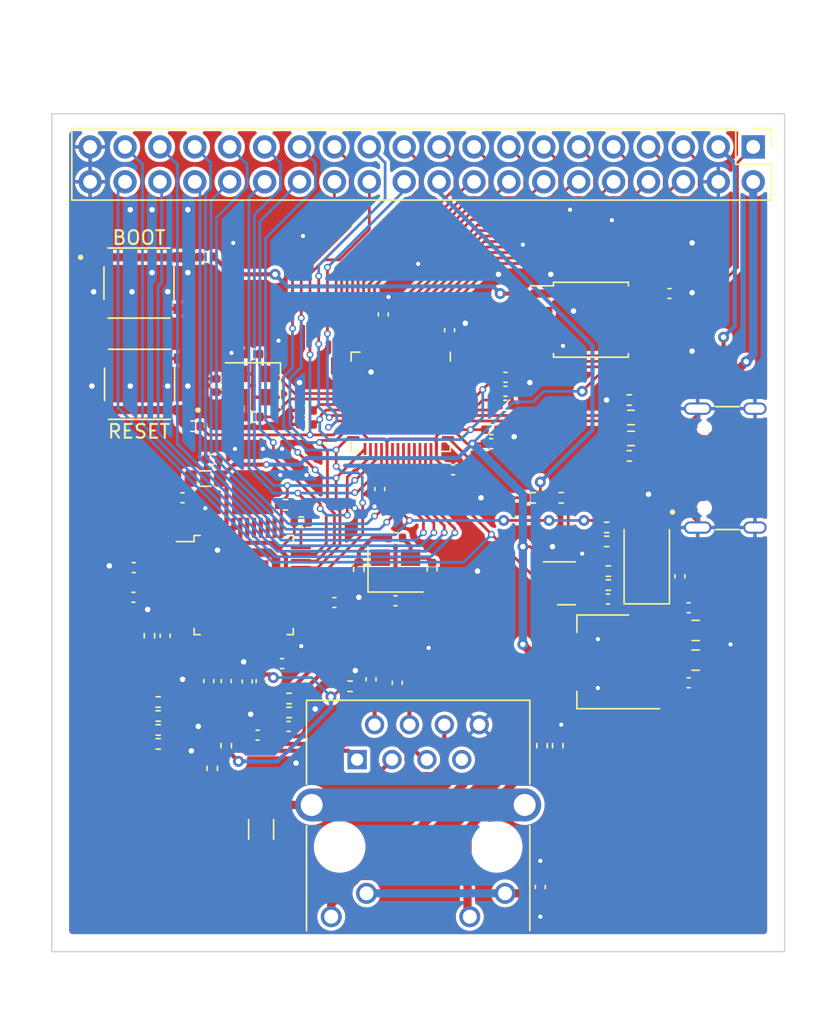
<source format=kicad_pcb>
(kicad_pcb (version 20211014) (generator pcbnew)
  (layers (0 "F.Cu" signal) (31 "B.Cu" signal) (34 "B.Paste" user) (35 "F.Paste" user) (36 "B.SilkS" user "B.Silkscreen") (37 "F.SilkS" user "F.Silkscreen") (38 "B.Mask" user) (39 "F.Mask" user) (44 "Edge.Cuts" user))
  (net 0 "")
  (net 1 "VSYS")
  (net 2 "GND")
  (net 3 "+3V3")
  (net 4 "+1V1")
  (net 5 "Net-(C9-Pad1)")
  (net 6 "XIN")
  (net 7 "Net-(C11-Pad1)")
  (net 8 "+3.3VA")
  (net 9 "XI")
  (net 10 "Net-(C32-Pad1)")
  (net 11 "GNDPWR")
  (net 12 "Net-(C34-Pad1)")
  (net 13 "Net-(C35-Pad1)")
  (net 14 "Net-(C35-Pad2)")
  (net 15 "Net-(C36-Pad1)")
  (net 16 "Net-(C36-Pad2)")
  (net 17 "Net-(C37-Pad1)")
  (net 18 "Net-(C38-Pad1)")
  (net 19 "Net-(C39-Pad1)")
  (net 20 "VBUS")
  (net 21 "Net-(J1-PadA5)")
  (net 22 "USB_D_P")
  (net 23 "USB_D_N")
  (net 25 "Net-(J1-PadB5)")
  (net 27 "RSTn")
  (net 28 "INTn")
  (net 29 "MOSI")
  (net 30 "MISO")
  (net 31 "SCLK")
  (net 32 "SCSn")
  (net 33 "Net-(P1-Pad1)")
  (net 34 "Net-(P1-Pad3)")
  (net 36 "Net-(P1-Pad9)")
  (net 37 "Net-(P1-Pad11)")
  (net 38 "GPIO29{slash}ADC3")
  (net 39 "GPIO24")
  (net 40 "/rp2040/RUSB_D_P")
  (net 41 "/rp2040/RUSB_D_N")
  (net 42 "ADC_VREF")
  (net 43 "Net-(R6-Pad1)")
  (net 44 "XOUT")
  (net 45 "RUN")
  (net 46 "Net-(R12-Pad2)")
  (net 47 "QSPI_SS_N")
  (net 48 "Net-(R13-Pad2)")
  (net 49 "XO")
  (net 50 "Net-(R20-Pad2)")
  (net 51 "ACTn")
  (net 52 "Net-(R23-Pad2)")
  (net 53 "Net-(R24-Pad2)")
  (net 54 "Net-(R25-Pad2)")
  (net 55 "LINKn")
  (net 56 "Net-(R29-Pad2)")
  (net 57 "GPIO0")
  (net 58 "GPIO1")
  (net 59 "GPIO2")
  (net 60 "GPIO3")
  (net 61 "GPIO4")
  (net 62 "GPIO5")
  (net 63 "GPIO6")
  (net 64 "GPIO7")
  (net 65 "GPIO8")
  (net 66 "GPIO9")
  (net 67 "GPIO10")
  (net 68 "GPIO11")
  (net 69 "GPIO12")
  (net 70 "GPIO13")
  (net 71 "GPIO14")
  (net 72 "GPIO15")
  (net 73 "SWCLK")
  (net 74 "SWDIO")
  (net 75 "GPIO22")
  (net 76 "GPIO23")
  (net 77 "GPIO25")
  (net 78 "GPIO26{slash}ADC0")
  (net 79 "GPIO27{slash}ADC1")
  (net 80 "GPIO28{slash}ADC2")
  (net 81 "QSPI_SD3")
  (net 82 "QSPI_SCLK")
  (net 83 "QSPI_SD0")
  (net 84 "QSPI_SD2")
  (net 85 "QSPI_SD1")
  (footprint "Resistor_SMD:R_0402_1005Metric" (layer "F.Cu") (at 80.137 135.636 180)
    (fp_text reference "R16" hide)
    (fp_text value "10Ω")
  )
  (footprint "Capacitor_SMD:C_0402_1005Metric" (layer "F.Cu") (at 104.775 135.382)
    (fp_text reference "C4" hide)
    (fp_text value "100nF")
  )
  (footprint "Resistor_SMD:R_0402_1005Metric" (layer "F.Cu") (at 98.933 127.254 180)
    (fp_text reference "R7" hide)
    (fp_text value "200kΩ")
  )
  (footprint "Capacitor_SMD:C_0402_1005Metric" (layer "F.Cu") (at 66.675 131.953 -90)
    (fp_text reference "C24" hide)
    (fp_text value "0.1uF")
  )
  (footprint "Capacitor_SMD:C_0402_1005Metric" (layer "F.Cu") (at 104.14 127.635 90)
    (fp_text reference "C1" hide)
    (fp_text value "1uF")
  )
  (footprint "Resistor_SMD:R_0402_1005Metric" (layer "F.Cu") (at 76.581 123.698)
    (fp_text reference "R21" hide)
    (fp_text value "4.7kΩ")
  )
  (footprint "Resistor_SMD:R_0402_1005Metric" (layer "F.Cu") (at 71.12 139.954 -90)
    (fp_text reference "R19" hide)
    (fp_text value "49.9Ω")
  )
  (footprint "01-rickbassham:RP2040" (layer "F.Cu") (at 83.82 114.935 -90)
    (fp_text reference "U2" hide)
    (fp_text value "RP2040")
  )
  (footprint "01-rickbassham:SW_TS-1187A-B-A-B" (layer "F.Cu") (at 64.77 106.299)
    (fp_text reference "SW2" hide)
    (fp_text value "SW_Push")
  )
  (footprint "Resistor_SMD:R_0402_1005Metric" (layer "F.Cu") (at 95.504 121.92)
    (fp_text reference "R5" hide)
    (fp_text value "200Ω")
  )
  (footprint "Capacitor_SMD:C_1206_3216Metric" (layer "F.Cu") (at 73.66 146.05 -90)
    (fp_text reference "C33" hide)
    (fp_text value "1nF/2kV")
  )
  (footprint "Resistor_SMD:R_0402_1005Metric" (layer "F.Cu") (at 75.692 137.541 180)
    (fp_text reference "R26" hide)
    (fp_text value "49.9Ω")
  )
  (footprint "01-rickbassham:J1B1211CCD" (layer "F.Cu") (at 85.09 147.32)
    (fp_text reference "P1" hide)
    (fp_text value "RJ45_LED_Shielded")
  )
  (footprint "Resistor_SMD:R_0402_1005Metric" (layer "F.Cu") (at 94.107 139.954 -90)
    (fp_text reference "R28" hide)
    (fp_text value "470Ω")
  )
  (footprint "Resistor_SMD:R_0402_1005Metric" (layer "F.Cu") (at 66.167 138.811 180)
    (fp_text reference "R23" hide)
    (fp_text value "3.3Ω")
  )
  (footprint "Crystal:Crystal_SMD_3225-4Pin_3.2x2.5mm" (layer "F.Cu") (at 73.068 113.753 180)
    (fp_text reference "Y1" hide)
    (fp_text value "12MHz")
  )
  (footprint "Resistor_SMD:R_0402_1005Metric" (layer "F.Cu") (at 95.25 139.954 -90)
    (fp_text reference "R22" hide)
    (fp_text value "470Ω")
  )
  (footprint "Capacitor_SMD:C_0402_1005Metric" (layer "F.Cu") (at 76.962 116.586 180)
    (fp_text reference "C8" hide)
    (fp_text value "0.1uF")
  )
  (footprint "Resistor_SMD:R_0402_1005Metric" (layer "F.Cu") (at 70.104 141.605 90)
    (fp_text reference "R18" hide)
    (fp_text value "49.9Ω")
  )
  (footprint "Capacitor_SMD:C_0805_2012Metric" (layer "F.Cu") (at 105.283 131.572)
    (fp_text reference "C2" hide)
    (fp_text value "22uF")
  )
  (footprint "Diode_SMD:D_SMA" (layer "F.Cu") (at 101.727 126.238 90)
    (fp_text reference "D1" hide)
    (fp_text value "SS54")
  )
  (footprint "Capacitor_SMD:C_0402_1005Metric" (layer "F.Cu") (at 90.424 116.967)
    (fp_text reference "C6" hide)
    (fp_text value "1uF")
  )
  (footprint "Capacitor_SMD:C_0402_1005Metric" (layer "F.Cu") (at 83.439 129.413)
    (fp_text reference "C31" hide)
    (fp_text value "18pF")
  )
  (footprint "Capacitor_SMD:C_0402_1005Metric" (layer "F.Cu") (at 81.661 135.128 90)
    (fp_text reference "C34" hide)
    (fp_text value "22nF")
  )
  (footprint "Capacitor_SMD:C_0402_1005Metric" (layer "F.Cu") (at 72.644 135.283 -90)
    (fp_text reference "C38" hide)
    (fp_text value "4.7uF")
  )
  (footprint "Capacitor_SMD:C_0402_1005Metric" (layer "F.Cu") (at 73.406 139.192 180)
    (fp_text reference "C36" hide)
    (fp_text value "6.8nF")
  )
  (footprint "Resistor_SMD:R_0402_1005Metric" (layer "F.Cu") (at 75.692 136.525 180)
    (fp_text reference "R27" hide)
    (fp_text value "49.9Ω")
  )
  (footprint "Capacitor_SMD:C_0402_1005Metric" (layer "F.Cu") (at 64.389 127 180)
    (fp_text reference "C25" hide)
    (fp_text value "0.1uF")
  )
  (footprint "Capacitor_SMD:C_0402_1005Metric" (layer "F.Cu") (at 73.66 135.255 -90)
    (fp_text reference "C30" hide)
    (fp_text value "0.1uF")
  )
  (footprint "Resistor_SMD:R_0402_1005Metric" (layer "F.Cu") (at 83.439 124.841 180)
    (fp_text reference "R15" hide)
    (fp_text value "0Ω")
  )
  (footprint "Capacitor_SMD:C_0402_1005Metric" (layer "F.Cu") (at 70.401 113.753 90)
    (fp_text reference "C11" hide)
    (fp_text value "15pF")
  )
  (footprint "Capacitor_SMD:C_0402_1005Metric" (layer "F.Cu") (at 75.664 138.557 180)
    (fp_text reference "C37" hide)
    (fp_text value "0.1uF")
  )
  (footprint "Inductor_SMD:L_0805_2012Metric" (layer "F.Cu") (at 69.596 120.523 180)
    (fp_text reference "L1" hide)
    (fp_text value "800mA")
  )
  (footprint "Capacitor_SMD:C_0402_1005Metric" (layer "F.Cu") (at 82.55 108.585 90)
    (fp_text reference "C19" hide)
    (fp_text value "0.1uF")
  )
  (footprint "Connector_PinHeader_2.54mm:PinHeader_2x20_P2.54mm_Vertical" (layer "F.Cu") (at 109.474 96.393 -90)
    (fp_text reference "J2" hide)
    (fp_text value "Conn_02x20_Counter_Clockwise")
  )
  (footprint "Capacitor_SMD:C_0402_1005Metric" (layer "F.Cu") (at 67.945 121.92 180)
    (fp_text reference "C26" hide)
    (fp_text value "0.1uF")
  )
  (footprint "Resistor_SMD:R_0402_1005Metric" (layer "F.Cu") (at 75.438 122.428 180)
    (fp_text reference "R17" hide)
    (fp_text value "4.7kΩ")
  )
  (footprint "Capacitor_SMD:C_0402_1005Metric" (layer "F.Cu") (at 71.12 135.255 -90)
    (fp_text reference "C29" hide)
    (fp_text value "0.1uF")
  )
  (footprint "Resistor_SMD:R_0402_1005Metric" (layer "F.Cu") (at 100.457 118.872)
    (fp_text reference "R10" hide)
    (fp_text value "5.1kΩ")
  )
  (footprint "Capacitor_SMD:C_0402_1005Metric" (layer "F.Cu") (at 69.85 135.255 -90)
    (fp_text reference "C27" hide)
    (fp_text value "0.1uF")
  )
  (footprint "Resistor_SMD:R_0603_1608Metric" (layer "F.Cu") (at 100.584 116.078)
    (fp_text reference "R3" hide)
    (fp_text value "27Ω")
  )
  (footprint "Capacitor_SMD:C_0402_1005Metric" (layer "F.Cu") (at 90.396 117.983)
    (fp_text reference "C12" hide)
    (fp_text value "1uF")
  )
  (footprint "Resistor_SMD:R_0402_1005Metric" (layer "F.Cu") (at 80.772 127.127 90)
    (fp_text reference "R14" hide)
    (fp_text value "1MΩ")
  )
  (footprint "Resistor_SMD:R_0402_1005Metric" (layer "F.Cu") (at 98.806 124.079)
    (fp_text reference "R2" hide)
    (fp_text value "10kΩ")
  )
  (footprint "Capacitor_SMD:C_0402_1005Metric" (layer "F.Cu") (at 86.106 127.127 -90)
    (fp_text reference "C32" hide)
    (fp_text value "18pF")
  )
  (footprint "Capacitor_SMD:C_0402_1005Metric" (layer "F.Cu") (at 91.44 113.157)
    (fp_text reference "C7" hide)
    (fp_text value "0.1uF")
  )
  (footprint "Package_TO_SOT_SMD:SOT-23" (layer "F.Cu") (at 95.885 128.143)
    (fp_text reference "Q1" hide)
    (fp_text value "2N7002")
  )
  (footprint "Capacitor_SMD:C_0805_2012Metric" (layer "F.Cu") (at 105.283 133.731)
    (fp_text reference "C5" hide)
    (fp_text value "22uF")
  )
  (footprint "Resistor_SMD:R_0402_1005Metric" (layer "F.Cu") (at 69.723 104.394 180)
    (fp_text reference "R13" hide)
    (fp_text value "1kΩ")
  )
  (footprint "01-rickbassham:HRO_TYPE-C-31-M-12" (layer "F.Cu") (at 109.601 119.761 90)
    (fp_text reference "J1" hide)
    (fp_text value "TYPE-C-31-M-12")
  )
  (footprint "Resistor_SMD:R_0402_1005Metric" (layer "F.Cu") (at 66.167 139.827 180)
    (fp_text reference "R20" hide)
    (fp_text value "3.3Ω")
  )
  (footprint "Capacitor_SMD:C_0402_1005Metric" (layer "F.Cu") (at 64.361 129.159 180)
    (fp_text reference "C28" hide)
    (fp_text value "0.1uF")
  )
  (footprint "Capacitor_SMD:C_0402_1005Metric" (layer "F.Cu") (at 73.068 111.467 180)
    (fp_text reference "C10" hide)
    (fp_text value "15pF")
  )
  (footprint "Capacitor_SMD:C_0402_1005Metric" (layer "F.Cu") (at 76.962 115.57 180)
    (fp_text reference "C15" hide)
    (fp_text value "0.1uF")
  )
  (footprint "Resistor_SMD:R_0402_1005Metric" (layer "F.Cu") (at 73.068 116.039 180)
    (fp_text reference "R9" hide)
    (fp_text value "1kΩ")
  )
  (footprint "Capacitor_SMD:C_0402_1005Metric" (layer "F.Cu") (at 91.44 115.189)
    (fp_text reference "C14" hide)
    (fp_text value "0.1uF")
  )
  (footprint "Resistor_SMD:R_0402_1005Metric" (layer "F.Cu") (at 100.457 114.808)
    (fp_text reference "R11" hide)
    (fp_text value "5.1kΩ")
  )
  (footprint "01-rickbassham:SW_TS-1187A-B-A-B" (layer "F.Cu") (at 64.8135 113.665 180)
    (fp_text reference "SW1" hide)
    (fp_text value "SW_Push")
  )
  (footprint "Resistor_SMD:R_0402_1005Metric" (layer "F.Cu") (at 66.167 136.779 180)
    (fp_text reference "R25" hide)
    (fp_text value "3.3Ω")
  )
  (footprint "Capacitor_SMD:C_0402_1005Metric" (layer "F.Cu") (at 98.905 129.286)
    (fp_text reference "C9" hide)
    (fp_text value "0.1uF")
  )
  (footprint "Resistor_SMD:R_0402_1005Metric" (layer "F.Cu") (at 98.806 125.095 180)
    (fp_text reference "R1" hide)
    (fp_text value "5.6kΩ")
  )
  (footprint "Capacitor_SMD:C_0402_1005Metric" (layer "F.Cu") (at 70.104 119.126 180)
    (fp_text reference "C21" hide)
    (fp_text value "1uF")
  )
  (footprint "Capacitor_SMD:C_0402_1005Metric" (layer "F.Cu") (at 103.378 107.061)
    (fp_text reference "C20" hide)
    (fp_text value "0.1uF")
  )
  (footprint "Capacitor_SMD:C_0402_1005Metric" (layer "F.Cu") (at 104.775 129.921)
    (fp_text reference "C3" hide)
    (fp_text value "100nF")
  )
  (footprint "Crystal:Crystal_SMD_3225-4Pin_3.2x2.5mm" (layer "F.Cu") (at 83.439 127.127)
    (fp_text reference "Y2" hide)
    (fp_text value "25MHz")
  )
  (footprint "Resistor_SMD:R_0603_1608Metric" (layer "F.Cu") (at 100.584 117.602)
    (fp_text reference "R4" hide)
    (fp_text value "27Ω")
  )
  (footprint "Capacitor_SMD:C_0402_1005Metric" (layer "F.Cu") (at 75.184 133.985)
    (fp_text reference "C39" hide)
    (fp_text value "0.1uF")
  )
  (footprint "Capacitor_SMD:C_0402_1005Metric" (layer "F.Cu") (at 82.296 121.285 -90)
    (fp_text reference "C17" hide)
    (fp_text value "0.1uF")
  )
  (footprint "Resistor_SMD:R_0402_1005Metric" (layer "F.Cu") (at 93.472 121.92)
    (fp_text reference "R6" hide)
    (fp_text value "1Ω")
  )
  (footprint "Capacitor_SMD:C_0402_1005Metric" (layer "F.Cu") (at 87.376 109.728 90)
    (fp_text reference "C18" hide)
    (fp_text value "0.1uF")
  )
  (footprint "Capacitor_SMD:C_0402_1005Metric" (layer "F.Cu") (at 87.63 119.888)
    (fp_text reference "C16" hide)
    (fp_text value "0.1uF")
  )
  (footprint "Capacitor_SMD:C_0402_1005Metric" (layer "F.Cu") (at 91.44 114.173)
    (fp_text reference "C13" hide)
    (fp_text value "0.1uF")
  )
  (footprint "Resistor_SMD:R_0402_1005Metric" (layer "F.Cu") (at 68.707 116.713 180)
    (fp_text reference "R12" hide)
    (fp_text value "1kΩ")
  )
  (footprint "Capacitor_SMD:C_0402_1005Metric" (layer "F.Cu") (at 93.98 150.241 90)
    (fp_text reference "C23" hide)
    (fp_text value "0.1uF")
  )
  (footprint "Package_QFP:LQFP-48-1EP_7x7mm_P0.5mm_EP3.6x3.6mm" (layer "F.Cu") (at 72.39 128.27)
    (fp_text reference "U4" hide)
    (fp_text value "W5500")
  )
  (footprint "Capacitor_SMD:C_0402_1005Metric" (layer "F.Cu") (at 78.994 129.54)
    (fp_text reference "C22" hide)
    (fp_text value "0.1uF")
  )
  (footprint "Resistor_SMD:R_0402_1005Metric" (layer "F.Cu") (at 98.933 128.27 180)
    (fp_text reference "R8" hide)
    (fp_text value "100kΩ")
  )
  (footprint "Capacitor_SMD:C_0402_1005Metric" (layer "F.Cu") (at 83.566 135.382 90)
    (fp_text reference "C35" hide)
    (fp_text value "6.8nF")
  )
  (footprint "Package_SO:SOIC-8_5.23x5.23mm_P1.27mm" (layer "F.Cu") (at 97.663 108.966)
    (fp_text reference "U3" hide)
    (fp_text value "W25Q128JVSIQ")
  )
  (footprint "Resistor_SMD:R_0402_1005Metric" (layer "F.Cu") (at 65.532 131.953 90)
    (fp_text reference "R29" hide)
    (fp_text value "12.4kΩ")
  )
  (footprint "Resistor_SMD:R_0402_1005Metric" (layer "F.Cu") (at 66.167 137.795 180)
    (fp_text reference "R24" hide)
    (fp_text value "3.3Ω")
  )
  (footprint "Package_TO_SOT_SMD:SOT-223-3_TabPin2" (layer "F.Cu") (at 98.552 133.858 180)
    (fp_text reference "U1" hide)
    (fp_text value "AMS1117-3.3")
  )
  (gr_rect (start 58.42 93.98) (end 111.76 154.94) (layer "Edge.Cuts") (width 0.1) (fill none))
  (gr_text "RESET" (at 64.77 117.094) (layer "F.SilkS") (effects (font (size 1 1))))
  (gr_text "BOOT" (at 64.77 102.997) (layer "F.SilkS") (effects (font (size 1 1))))
  (segment (start 108.077 112.903) (end 108.077 124.432417) (width 0.6) (layer "F.Cu") (net 1))
  (segment (start 100.743 127.254) (end 99.443 127.254) (width 0.6) (layer "F.Cu") (net 1))
  (segment (start 104.333 131.572) (end 101.716 131.572) (width 0.6) (layer "F.Cu") (net 1))
  (segment (start 101.727 128.238) (end 104.017 128.238) (width 0.6) (layer "F.Cu") (net 1))
  (segment (start 101.727 128.238) (end 100.743 127.254) (width 0.6) (layer "F.Cu") (net 1))
  (segment (start 104.017 128.238) (end 104.14 128.115) (width 0.6) (layer "F.Cu") (net 1))
  (segment (start 101.727 128.238) (end 101.727 131.533) (width 0.6) (layer "F.Cu") (net 1))
  (segment (start 101.727 131.533) (end 101.702 131.558) (width 0.6) (layer "F.Cu") (net 1))
  (segment (start 101.716 131.572) (end 101.702 131.558) (width 0.6) (layer "F.Cu") (net 1))
  (segment (start 104.295 131.534) (end 104.333 131.572) (width 0.6) (layer "F.Cu") (net 1))
  (segment (start 108.077 124.432417) (end 104.394417 128.115) (width 0.6) (layer "F.Cu") (net 1))
  (segment (start 104.295 129.921) (end 104.295 131.534) (width 0.6) (layer "F.Cu") (net 1))
  (segment (start 108.966 112.014) (end 108.077 112.903) (width 0.6) (layer "F.Cu") (net 1))
  (segment (start 104.394417 128.115) (end 104.14 128.115) (width 0.6) (layer "F.Cu") (net 1))
  (via (at 108.966 112.014) (size 0.8) (drill 0.4) (layers "F.Cu" "B.Cu") (net 1))
  (segment (start 108.966 112.014) (end 109.474 111.506) (width 0.6) (layer "B.Cu") (net 1))
  (segment (start 109.474 111.506) (end 109.474 98.933) (width 0.6) (layer "B.Cu") (net 1))
  (segment (start 70.14 133.270361) (end 69.806361 133.604) (width 0.3) (layer "F.Cu") (net 2))
  (segment (start 68.2275 129.52) (end 65.933 129.52) (width 0.3) (layer "F.Cu") (net 2))
  (segment (start 70.14 132.4325) (end 70.14 133.270361) (width 0.3) (layer "F.Cu") (net 2))
  (segment (start 79.474 129.385) (end 79.474 129.54) (width 0.3) (layer "F.Cu") (net 2))
  (segment (start 80.3825 113.935) (end 76.851 113.935) (width 0.2) (layer "F.Cu") (net 2))
  (segment (start 63.14352 126.34048) (end 62.611 126.873) (width 0.3) (layer "F.Cu") (net 2))
  (segment (start 78.031715 129.02) (end 78.171235 128.88048) (width 0.3) (layer "F.Cu") (net 2))
  (segment (start 71.12 135.735) (end 72.616 135.735) (width 0.3) (layer "F.Cu") (net 2))
  (segment (start 104.851 116.561) (end 105.431 115.981) (width 0.4) (layer "F.Cu") (net 2))
  (segment (start 70.513 135.735) (end 71.12 135.735) (width 0.3) (layer "F.Cu") (net 2))
  (segment (start 78.171235 128.88048) (end 78.96948 128.88048) (width 0.3) (layer "F.Cu") (net 2))
  (segment (start 105.431 123.541) (end 105.431 124.086) (width 0.4) (layer "F.Cu") (net 2))
  (segment (start 71.14 132.4325) (end 71.14 133.772465) (width 0.2) (layer "F.Cu") (net 2))
  (segment (start 72.644 135.763) (end 73.632 135.763) (width 0.3) (layer "F.Cu") (net 2))
  (segment (start 71.14 133.772465) (end 70.485 134.427465) (width 0.2) (layer "F.Cu") (net 2))
  (segment (start 68.58 133.604) (end 67.945 134.239) (width 0.3) (layer "F.Cu") (net 2))
  (segment (start 67.945 134.239) (end 67.945 135.128) (width 0.3) (layer "F.Cu") (net 2))
  (segment (start 68.2275 126.52) (end 65.433 126.52) (width 0.3) (layer "F.Cu") (net 2))
  (segment (start 72.64 133.608) (end 72.39 133.858) (width 0.3) (layer "F.Cu") (net 2))
  (segment (start 69.85 135.735) (end 70.513 135.735) (width 0.3) (layer "F.Cu") (net 2))
  (segment (start 76.851 113.935) (end 76.454 113.538) (width 0.2) (layer "F.Cu") (net 2))
  (segment (start 76.5525 129.02) (end 78.031715 129.02) (width 0.3) (layer "F.Cu") (net 2))
  (segment (start 69.64 122.726) (end 69.64 124.1075) (width 0.3) (layer "F.Cu") (net 2))
  (segment (start 70.485 135.707) (end 70.513 135.735) (width 0.2) (layer "F.Cu") (net 2))
  (segment (start 65.433 126.52) (end 65.25348 126.34048) (width 0.3) (layer "F.Cu") (net 2))
  (segment (start 69.596 122.682) (end 69.64 122.726) (width 0.3) (layer "F.Cu") (net 2))
  (segment (start 104.851 122.961) (end 105.431 123.541) (width 0.4) (layer "F.Cu") (net 2))
  (segment (start 69.806361 133.604) (end 68.58 133.604) (width 0.3) (layer "F.Cu") (net 2))
  (segment (start 70.485 134.427465) (end 70.485 135.707) (width 0.2) (layer "F.Cu") (net 2))
  (segment (start 78.96948 128.88048) (end 79.474 129.385) (width 0.3) (layer "F.Cu") (net 2))
  (segment (start 65.25348 126.34048) (end 63.14352 126.34048) (width 0.3) (layer "F.Cu") (net 2))
  (segment (start 72.616 135.735) (end 72.644 135.763) (width 0.3) (layer "F.Cu") (net 2))
  (segment (start 105.431 115.981) (end 105.431 115.436) (width 0.4) (layer "F.Cu") (net 2))
  (segment (start 73.632 135.763) (end 73.66 135.735) (width 0.3) (layer "F.Cu") (net 2))
  (segment (start 65.933 129.52) (end 65.405 130.048) (width 0.3) (layer "F.Cu") (net 2))
  (segment (start 72.64 132.4325) (end 72.64 133.608) (width 0.3) (layer "F.Cu") (net 2))
  (via (at 93.218 113.538) (size 0.8) (drill 0.4) (layers "F.Cu" "B.Cu") (net 2))
  (via (at 64.262 106.934) (size 0.8) (drill 0.4) (layers "F.Cu" "B.Cu") (net 2))
  (via (at 76.581 132.715) (size 0.5) (drill 0.3) (layers "F.Cu" "B.Cu") (net 2))
  (via (at 76.708 102.87) (size 0.5) (drill 0.3) (layers "F.Cu" "B.Cu") (net 2))
  (via (at 94.742 105.664) (size 0.8) (drill 0.4) (layers "F.Cu" "B.Cu") (net 2))
  (via (at 74.93 110.49) (size 0.5) (drill 0.3) (layers "F.Cu" "B.Cu") (net 2))
  (via (at 70.485 125.73) (size 0.8) (drill 0.4) (layers "F.Cu" "B.Cu") (net 2))
  (via (at 61.341 113.792) (size 0.8) (drill 0.4) (layers "F.Cu" "B.Cu") (net 2))
  (via (at 81.661 112.776) (size 0.8) (drill 0.4) (layers "F.Cu" "B.Cu") (net 2))
  (via (at 95.631 110.871) (size 0.5) (drill 0.3) (layers "F.Cu" "B.Cu") (net 2))
  (via (at 92.71 103.505) (size 0.5) (drill 0.3) (layers "F.Cu" "B.Cu") (net 2))
  (via (at 85.09 104.902) (size 0.5) (drill 0.3) (layers "F.Cu" "B.Cu") (net 2))
  (via (at 77.597 137.287) (size 0.8) (drill 0.4) (layers "F.Cu" "B.Cu") (net 2))
  (via (at 93.98 152.4) (size 0.5) (drill 0.3) (layers "F.Cu" "B.Cu") (net 2))
  (via (at 80.4765 122.682) (size 0.5) (drill 0.3) (layers "F.Cu" "B.Cu") (net 2))
  (via (at 99.187 101.727) (size 0.5) (drill 0.3) (layers "F.Cu" "B.Cu") (net 2))
  (via (at 76.962 120.269) (size 0.5) (drill 0.3) (layers "F.Cu" "B.Cu") (net 2))
  (via (at 80.772 129.159) (size 0.8) (drill 0.4) (layers "F.Cu" "B.Cu") (net 2))
  (via (at 67.945 135.128) (size 0.8) (drill 0.4) (layers "F.Cu" "B.Cu") (net 2))
  (via (at 107.823 132.588) (size 0.5) (drill 0.3) (layers "F.Cu" "B.Cu") (net 2))
  (via (at 65.7215 100.965) (size 0.8) (drill 0.4) (layers "F.Cu" "B.Cu") (net 2))
  (via (at 75.184 118.364) (size 0.5) (drill 0.3) (layers "F.Cu" "B.Cu") (net 2))
  (via (at 82.931 107.315) (size 0.5) (drill 0.3) (layers "F.Cu" "B.Cu") (net 2))
  (via (at 95.504 138.43) (size 0.5) (drill 0.3) (layers "F.Cu" "B.Cu") (net 2))
  (via (at 98.171 132.207) (size 0.5) (drill 0.3) (layers "F.Cu" "B.Cu") (net 2))
  (via (at 80.518 134.493) (size 0.8) (drill 0.4) (layers "F.Cu" "B.Cu") (net 2))
  (via (at 64.135 113.792) (size 0.8) (drill 0.4) (layers "F.Cu" "B.Cu") (net 2))
  (via (at 96.139 100.965) (size 0.5) (drill 0.3) (layers "F.Cu" "B.Cu") (net 2))
  (via (at 97.028 125.984) (size 0.5) (drill 0.3) (layers "F.Cu" "B.Cu") (net 2))
  (via (at 92.075 117.475) (size 0.8) (drill 0.4) (layers "F.Cu" "B.Cu") (net 2))
  (via (at 88.519 109.22) (size 0.8) (drill 0.4) (layers "F.Cu" "B.Cu") (net 2))
  (via (at 66.8645 113.792) (size 0.8) (drill 0.4) (layers "F.Cu" "B.Cu") (net 2))
  (via (at 96.393 108.331) (size 0.8) (drill 0.4) (layers "F.Cu" "B.Cu") (net 2))
  (via (at 85.852 132.842) (size 0.5) (drill 0.3) (layers "F.Cu" "B.Cu") (net 2))
  (via (at 105.029 103.378) (size 0.8) (drill 0.4) (layers "F.Cu" "B.Cu") (net 2))
  (via (at 75.057 120.269) (size 0.5) (drill 0.3) (layers "F.Cu" "B.Cu") (net 2))
  (via (at 76.2 141.224) (size 0.8) (drill 0.4) (layers "F.Cu" "B.Cu") (net 2))
  (via (at 65.7215 105.537) (size 0.8) (drill 0.4) (layers "F.Cu" "B.Cu") (net 2))
  (via (at 71.501 111.379) (size 0.5) (drill 0.3) (layers "F.Cu" "B.Cu") (net 2))
  (via (at 98.171 135.763) (size 0.5) (drill 0.3) (layers "F.Cu" "B.Cu") (net 2))
  (via (at 81.915 122.555) (size 0.5) (drill 0.3) (layers "F.Cu" "B.Cu") (net 2))
  (via (at 93.98 148.336) (size 0.5) (drill 0.3) (layers "F.Cu" "B.Cu") (net 2))
  (via (at 68.58 140.335) (size 0.8) (drill 0.4) (layers "F.Cu" "B.Cu") (net 2))
  (via (at 62.611 126.873) (size 0.8) (drill 0.4) (layers "F.Cu" "B.Cu") (net 2))
  (via (at 66.864489 106.925377) (size 0.8) (drill 0.4) (layers "F.Cu" "B.Cu") (net 2))
  (via (at 73.787 118.364) (size 0.5) (drill 0.3) (layers "F.Cu" "B.Cu") (net 2))
  (via (at 68.326 100.965) (size 0.8) (drill 0.4) (layers "F.Cu" "B.Cu") (net 2))
  (via (at 64.135 100.965) (size 0.8) (drill 0.4) (layers "F.Cu" "B.Cu") (net 2))
  (via (at 90.932 105.664) (size 0.8) (drill 0.4) (layers "F.Cu" "B.Cu") (net 2))
  (via (at 69.088 138.557) (size 0.8) (drill 0.4) (layers "F.Cu" "B.Cu") (net 2))
  (via (at 65.405 130.048) (size 0.8) (drill 0.4) (layers "F.Cu" "B.Cu") (net 2))
  (via (at 68.326 105.537) (size 0.8) (drill 0.4) (layers "F.Cu" "B.Cu") (net 2))
  (via (at 61.468 106.934) (size 0.8) (drill 0.4) (layers "F.Cu" "B.Cu") (net 2))
  (via (at 68.326 113.792) (size 0.8) (drill 0.4) (layers "F.Cu" "B.Cu") (net 2))
  (via (at 72.898 137.668) (size 0.8) (drill 0.4) (layers "F.Cu" "B.Cu") (net 2))
  (via (at 101.854 121.666) (size 0.8) (drill 0.4) (layers "F.Cu" "B.Cu") (net 2))
  (via (at 105.029 106.9985) (size 0.8) (drill 0.4) (layers "F.Cu" "B.Cu") (net 2))
  (via (at 72.39 133.858) (size 0.8) (drill 0.4) (layers "F.Cu" "B.Cu") (net 2))
  (via (at 69.596 122.682) (size 0.5) (drill 0.3) (layers "F.Cu" "B.Cu") (net 2))
  (via (at 94.869 125.476) (size 0.8) (drill 0.4) (layers "F.Cu" "B.Cu") (net 2))
  (via (at 89.662 121.92) (size 0.8) (drill 0.4) (layers "F.Cu" "B.Cu") (net 2))
  (via (at 76.454 113.538) (size 0.8) (drill 0.4) (layers "F.Cu" "B.Cu") (net 2))
  (via (at 105.029 111.252) (size 0.8) (drill 0.4) (layers "F.Cu" "B.Cu") (net 2))
  (via (at 71.628 103.378) (size 0.5) (drill 0.3) (layers "F.Cu" "B.Cu") (net 2))
  (via (at 89.408 127.254) (size 0.8) (drill 0.4) (layers "F.Cu" "B.Cu") (net 2))
  (via (at 71.755 118.364) (size 0.5) (drill 0.3) (layers "F.Cu" "B.Cu") (net 2))
  (via (at 98.806 114.808) (size 0.8) (drill 0.4) (layers "F.Cu" "B.Cu") (net 2))
  (segment (start 87.2575 115.535) (end 90.614 115.535) (width 0.2) (layer "F.Cu") (net 3))
  (segment (start 89.462 115.135) (end 87.2575 115.135) (width 0.2) (layer "F.Cu") (net 3))
  (segment (start 97.028 114.173) (end 98.406481 112.794519) (width 0.2) (layer "F.Cu") (net 3))
  (segment (start 76.071 124.589) (end 74.9935 125.6665) (width 0.2) (layer "F.Cu") (net 3))
  (segment (start 86.42 111.4975) (end 86.42 114.829295) (width 0.2) (layer "F.Cu") (net 3))
  (segment (start 71.14 122.408) (end 71.14 121.0045) (width 0.3) (layer "F.Cu") (net 3))
  (segment (start 101.905212 112.794517) (end 103.161559 111.53817) (width 0.2) (layer "F.Cu") (net 3))
  (segment (start 101.702 133.858) (end 95.402 133.858) (width 0.6) (layer "F.Cu") (net 3))
  (segment (start 75.948 123.575) (end 76.071 123.698) (width 0.2) (layer "F.Cu") (net 3))
  (segment (start 86.654999 117.135) (end 87.2575 117.135) (width 0.2) (layer "F.Cu") (net 3))
  (segment (start 82.82 120.281) (end 82.296 120.805) (width 0.2) (layer "F.Cu") (net 3))
  (segment (start 93.959 150.7) (end 93.98 150.721) (width 0.6) (layer "F.Cu") (net 3))
  (segment (start 72.14 124.1075) (end 71.64 124.1075) (width 0.3) (layer "F.Cu") (net 3))
  (segment (start 89.027 117.983) (end 89.916 117.983) (width 0.2) (layer "F.Cu") (net 3))
  (segment (start 103.66 107.823) (end 105.664 107.823) (width 0.2) (layer "F.Cu") (net 3))
  (segment (start 88.646 117.983) (end 89.027 117.983) (width 0.2) (layer "F.Cu") (net 3))
  (segment (start 86.42 112.029295) (end 86.42 111.4975) (width 0.2) (layer "F.Cu") (net 3))
  (segment (start 74.9935 125.6665) (end 75.46548 126.13848) (width 0.3) (layer "F.Cu") (net 3))
  (segment (start 75.714639 129.52) (end 76.5525 129.52) (width 0.3) (layer "F.Cu") (net 3))
  (segment (start 86.42 118.3725) (end 86.42 117.840705) (width 0.2) (layer "F.Cu") (net 3))
  (segment (start 72.389159 125.19452) (end 74.52152 125.19452) (width 0.3) (layer "F.Cu") (net 3))
  (segment (start 100.076 150.114) (end 99.469 150.721) (width 0.6) (layer "F.Cu") (net 3))
  (segment (start 86.42 119.158) (end 87.15 119.888) (width 0.2) (layer "F.Cu") (net 3))
  (segment (start 78.494 129.52) (end 78.514 129.54) (width 0.3) (layer "F.Cu") (net 3))
  (segment (start 98.406481 112.794519) (end 101.905212 112.794517) (width 0.2) (layer "F.Cu") (net 3))
  (segment (start 70.584 120.4485) (end 70.6585 120.523) (width 0.3) (layer "F.Cu") (net 3))
  (segment (start 71.14 124.1075) (end 71.14 122.408) (width 0.3) (layer "F.Cu") (net 3))
  (segment (start 86.52048 117.000481) (end 86.654999 117.135) (width 0.2) (layer "F.Cu") (net 3))
  (segment (start 91.415 150.7) (end 93.959 150.7) (width 0.6) (layer "F.Cu") (net 3))
  (segment (start 87.2575 115.535) (end 86.725705 115.535) (width 0.2) (layer "F.Cu") (net 3))
  (segment (start 95.402 133.858) (end 93.98 133.858) (width 0.6) (layer "F.Cu") (net 3))
  (segment (start 80.914295 115.135) (end 81.153 115.373705) (width 0.2) (layer "F.Cu") (net 3))
  (segment (start 71.14 124.1075) (end 71.64 124.1075) (width 0.3) (layer "F.Cu") (net 3))
  (segment (start 79.625514 115.13452) (end 77.87748 115.13452) (width 0.2) (layer "F.Cu") (net 3))
  (segment (start 92.71 125.476) (end 93.2305 125.476) (width 0.2) (layer "F.Cu") (net 3))
  (segment (start 75.46548 126.13848) (end 75.46548 129.270841) (width 0.3) (layer "F.Cu") (net 3))
  (segment (start 86.725705 115.535) (end 86.52048 115.740225) (width 0.2) (layer "F.Cu") (net 3))
  (segment (start 87.2575 115.535) (end 87.2575 115.135) (width 0.2) (layer "F.Cu") (net 3))
  (segment (start 81.44048 117.63548) (end 82.614775 117.63548) (width 0.2) (layer "F.Cu") (net 3))
  (segment (start 75.948 122.428) (end 75.948 123.575) (width 0.2) (layer "F.Cu") (net 3))
  (segment (start 108.331 99.415655) (end 108.324489 99.409144) (width 0.2) (layer "F.Cu") (net 3))
  (segment (start 80.3825 115.135) (end 80.914295 115.135) (width 0.2) (layer "F.Cu") (net 3))
  (segment (start 74.041 119.507) (end 71.6745 119.507) (width 0.3) (layer "F.Cu") (net 3))
  (segment (start 94.9475 127.193) (end 96.014 126.1265) (width 0.2) (layer "F.Cu") (net 3))
  (segment (start 80.3825 115.135) (end 79.625994 115.135) (width 0.2) (layer "F.Cu") (net 3))
  (segment (start 99.469 150.721) (end 93.98 150.721) (width 0.6) (layer "F.Cu") (net 3))
  (segment (start 86.725705 117.135) (end 86.42 117.440705) (width 0.2) (layer "F.Cu") (net 3))
  (segment (start 82.82 112.029295) (end 83.058705 112.268) (width 0.2) (layer "F.Cu") (net 3))
  (segment (start 90.325 114.808) (end 90.96 114.173) (width 0.2) (layer "F.Cu") (net 3))
  (segment (start 104.333 133.731) (end 104.333 135.344) (width 0.6) (layer "F.Cu") (net 3))
  (segment (start 101.702 133.858) (end 104.206 133.858) (width 0.6) (layer "F.Cu") (net 3))
  (segment (start 70.584 119.126) (end 70.584 120.4485) (width 0.3) (layer "F.Cu") (net 3))
  (segment (start 87.2575 117.135) (end 87.798 117.135) (width 0.2) (layer "F.Cu") (net 3))
  (segment (start 82.614775 117.63548) (end 82.82 117.840705) (width 0.2) (layer "F.Cu") (net 3))
  (segment (start 87.798 117.135) (end 88.646 117.983) (width 0.2) (layer "F.Cu") (net 3))
  (segment (start 86.42 111.164) (end 87.376 110.208) (width 0.2) (layer "F.Cu") (net 3))
  (segment (start 103.161559 107.324559) (end 102.898 107.061) (width 0.2) (layer "F.Cu") (net 3))
  (segment (start 83.058705 112.268) (end 86.181295 112.268) (width 0.2) (layer "F.Cu") (net 3))
  (segment (start 86.42 117.840705) (end 86.214775 117.63548) (width 0.2) (layer "F.Cu") (net 3))
  (segment (start 100.076 135.034978) (end 100.076 150.114) (width 0.6) (layer "F.Cu") (net 3))
  (segment (start 75.46548 129.270841) (end 75.714639 129.52) (width 0.3) (layer "F.Cu") (net 3))
  (segment (start 86.42 114.829295) (end 86.725705 115.135) (width 0.2) (layer "F.Cu") (net 3))
  (segment (start 71.14 121.0045) (end 70.6585 120.523) (width 0.3) (layer "F.Cu") (net 3))
  (segment (start 82.82 111.4975) (end 82.82 112.029295) (width 0.2) (layer "F.Cu") (net 3))
  (segment (start 72.14 124.945361) (end 72.389159 125.19452) (width 0.3) (layer "F.Cu") (net 3))
  (segment (start 82.82 118.3725) (end 82.82 120.281) (width 0.2) (layer "F.Cu") (net 3))
  (segment (start 108.324489 99.409144) (end 108.324489 97.542511) (width 0.2) (layer "F.Cu") (net 3))
  (segment (start 104.206 133.858) (end 104.333 133.731) (width 0.6) (layer "F.Cu") (net 3))
  (segment (start 90.614 115.535) (end 90.96 115.189) (width 0.2) (layer "F.Cu") (net 3))
  (segment (start 86.42 111.4975) (end 86.42 111.164) (width 0.2) (layer "F.Cu") (net 3))
  (segment (start 86.42 117.440705) (end 86.42 118.3725) (width 0.2) (layer "F.Cu") (net 3))
  (segment (start 83.025225 117.63548) (end 82.82 117.840705) (width 0.2) (layer "F.Cu") (net 3))
  (segment (start 89.789 114.808) (end 89.462 115.135) (width 0.2) (layer "F.Cu") (net 3))
  (segment (start 72.14 124.1075) (end 72.14 124.945361) (width 0.3) (layer "F.Cu") (net 3))
  (segment (start 76.071 123.698) (end 76.071 124.589) (width 0.2) (layer "F.Cu") (net 3))
  (segment (start 86.725705 115.135) (end 87.2575 115.135) (width 0.2) (layer "F.Cu") (net 3))
  (segment (start 93.2305 125.476) (end 94.9475 127.193) (width 0.2) (layer "F.Cu") (net 3))
  (segment (start 86.181295 112.268) (end 86.42 112.029295) (width 0.2) (layer "F.Cu") (net 3))
  (segment (start 76.5525 129.52) (end 78.494 129.52) (width 0.3) (layer "F.Cu") (net 3))
  (segment (start 79.625994 115.135) (end 79.625514 115.13452) (width 0.2) (layer "F.Cu") (net 3))
  (segment (start 93.98 133.858) (end 92.71 132.588) (width 0.6) (layer "F.Cu") (net 3))
  (segment (start 77.87748 115.13452) (end 77.442 115.57) (width 0.2) (layer "F.Cu") (net 3))
  (segment (start 103.161559 111.53817) (end 103.161559 107.324559) (width 0.2) (layer "F.Cu") (net 3))
  (segment (start 101.263 107.061) (end 102.898 107.061) (width 0.3) (layer "F.Cu") (net 3))
  (segment (start 102.898 107.061) (end 103.66 107.823) (width 0.2) (layer "F.Cu") (net 3))
  (segment (start 81.153 117.348) (end 81.44048 117.63548) (width 0.2) (layer "F.Cu") (net 3))
  (segment (start 81.153 115.373705) (end 81.153 117.348) (width 0.2) (layer "F.Cu") (net 3))
  (segment (start 71.6745 119.507) (end 70.6585 120.523) (width 0.3) (layer "F.Cu") (net 3))
  (segment (start 108.324489 97.542511) (end 109.474 96.393) (width 0.2) (layer "F.Cu") (net 3))
  (segment (start 105.664 107.823) (end 108.331 105.156) (width 0.2) (layer "F.Cu") (net 3))
  (segment (start 104.333 135.344) (end 104.295 135.382) (width 0.6) (layer "F.Cu") (net 3))
  (segment (start 89.789 114.808) (end 90.325 114.808) (width 0.2) (layer "F.Cu") (net 3))
  (segment (start 87.2575 117.135) (end 86.725705 117.135) (width 0.2) (layer "F.Cu") (net 3))
  (segment (start 86.42 118.3725) (end 86.42 119.158) (width 0.2) (layer "F.Cu") (net 3))
  (segment (start 108.331 105.156) (end 108.331 99.415655) (width 0.2) (layer "F.Cu") (net 3))
  (segment (start 101.702 133.858) (end 101.252978 133.858) (width 0.6) (layer "F.Cu") (net 3))
  (segment (start 74.52152 125.19452) (end 74.9935 125.6665) (width 0.3) (layer "F.Cu") (net 3))
  (segment (start 82.82 111.4975) (end 82.82 109.335) (width 0.2) (layer "F.Cu") (net 3))
  (segment (start 82.82 117.840705) (end 82.82 118.3725) (width 0.2) (layer "F.Cu") (net 3))
  (segment (start 96.014 126.1265) (end 96.014 121.92) (width 0.2) (layer "F.Cu") (net 3))
  (segment (start 86.214775 117.63548) (end 83.025225 117.63548) (width 0.2) (layer "F.Cu") (net 3))
  (segment (start 86.52048 115.740225) (end 86.52048 117.000481) (width 0.2) (layer "F.Cu") (net 3))
  (segment (start 101.252978 133.858) (end 100.076 135.034978) (width 0.6) (layer "F.Cu") (net 3))
  (segment (start 82.82 109.335) (end 82.55 109.065) (width 0.2) (layer "F.Cu") (net 3))
  (via (at 92.71 132.588) (size 0.8) (drill 0.4) (layers "F.Cu" "B.Cu") (net 3))
  (via (at 89.027 117.983) (size 0.5) (drill 0.3) (layers "F.Cu" "B.Cu") (net 3))
  (via (at 92.71 125.476) (size 0.8) (drill 0.4) (layers "F.Cu" "B.Cu") (net 3))
  (via (at 97.028 114.173) (size 0.8) (drill 0.4) (layers "F.Cu" "B.Cu") (net 3))
  (via (at 74.041 119.507) (size 0.5) (drill 0.3) (layers "F.Cu" "B.Cu") (net 3))
  (segment (start 92.075 114.935) (end 93.472 114.935) (width 0.2) (layer "B.Cu") (net 3))
  (segment (start 74.041 119.507) (end 76.454 119.507) (width 0.3) (layer "B.Cu") (net 3))
  (segment (start 92.71 125.476) (end 92.71 121.666) (width 0.6) (layer "B.Cu") (net 3))
  (segment (start 81.332 150.7) (end 91.415 150.7) (width 0.6) (layer "B.Cu") (net 3))
  (segment (start 76.454 119.507) (end 76.926511 119.034489) (width 0.3) (layer "B.Cu") (net 3))
  (segment (start 89.027 117.983) (end 92.075 114.935) (width 0.2) (layer "B.Cu") (net 3))
  (segment (start 87.975511 119.034489) (end 89.027 117.983) (width 0.3) (layer "B.Cu") (net 3))
  (segment (start 92.71 121.666) (end 89.027 117.983) (width 0.6) (layer "B.Cu") (net 3))
  (segment (start 93.472 114.935) (end 94.234 114.173) (width 0.2) (layer "B.Cu") (net 3))
  (segment (start 92.71 132.588) (end 92.71 125.476) (width 0.6) (layer "B.Cu") (net 3))
  (segment (start 76.926511 119.034489) (end 87.975511 119.034489) (width 0.3) (layer "B.Cu") (net 3))
  (segment (start 94.234 114.173) (end 97.028 114.173) (width 0.2) (layer "B.Cu") (net 3))
  (segment (start 78.02152 115.90748) (end 78.394 115.535) (width 0.2) (layer "F.Cu") (net 4))
  (segment (start 89.1 114.735) (end 87.2575 114.735) (width 0.2) (layer "F.Cu") (net 4))
  (segment (start 77.559072 116.586) (end 77.442 116.586) (width 0.2) (layer "F.Cu") (net 4))
  (segment (start 89.789 114.046) (end 90.678 113.157) (width 0.2) (layer "F.Cu") (net 4))
  (segment (start 77.927251 116.217821) (end 77.559072 116.586) (width 0.2) (layer "F.Cu") (net 4))
  (segment (start 78.02152 116.123552) (end 78.02152 115.90748) (width 0.2) (layer "F.Cu") (net 4))
  (segment (start 87.2575 116.735) (end 87.963006 116.735) (width 0.2) (layer "F.Cu") (net 4))
  (segment (start 77.927251 116.217821) (end 78.02152 116.123552) (width 0.2) (layer "F.Cu") (net 4))
  (segment (start 87.963006 116.735) (end 88.195006 116.967) (width 0.2) (layer "F.Cu") (net 4))
  (segment (start 88.195006 116.967) (end 88.9 116.967) (width 0.2) (layer "F.Cu") (net 4))
  (segment (start 89.789 114.046) (end 89.1 114.735) (width 0.2) (layer "F.Cu") (net 4))
  (segment (start 78.394 115.535) (end 80.3825 115.535) (width 0.2) (layer "F.Cu") (net 4))
  (segment (start 89.944 116.967) (end 88.9 116.967) (width 0.2) (layer "F.Cu") (net 4))
  (segment (start 90.678 113.157) (end 90.96 113.157) (width 0.2) (layer "F.Cu") (net 4))
  (via (at 77.927251 116.217821) (size 0.5) (drill 0.3) (layers "F.Cu" "B.Cu") (net 4))
  (via (at 89.789 114.046) (size 0.5) (drill 0.3) (layers "F.Cu" "B.Cu") (net 4))
  (via (at 88.9 116.967) (size 0.5) (drill 0.3) (layers "F.Cu" "B.Cu") (net 4))
  (segment (start 88.9 116.967) (end 89.789 116.078) (width 0.2) (layer "B.Cu") (net 4))
  (segment (start 77.927251 116.217821) (end 77.927251 117.043251) (width 0.2) (layer "B.Cu") (net 4))
  (segment (start 77.927251 117.043251) (end 78.571489 117.687489) (width 0.2) (layer "B.Cu") (net 4))
  (segment (start 89.789 116.078) (end 89.789 114.046) (width 0.2) (layer "B.Cu") (net 4))
  (segment (start 78.571489 117.687489) (end 88.179511 117.687489) (width 0.2) (layer "B.Cu") (net 4))
  (segment (start 88.179511 117.687489) (end 88.9 116.967) (width 0.2) (layer "B.Cu") (net 4))
  (segment (start 98.425 128.272) (end 98.423 128.27) (width 0.6) (layer "F.Cu") (net 5))
  (segment (start 98.425 129.286) (end 98.425 128.272) (width 0.6) (layer "F.Cu") (net 5))
  (segment (start 98.423 127.254) (end 98.423 128.27) (width 0.6) (layer "F.Cu") (net 5))
  (segment (start 98.296 128.143) (end 98.423 128.27) (width 0.6) (layer "F.Cu") (net 5))
  (segment (start 96.8225 128.143) (end 98.296 128.143) (width 0.6) (layer "F.Cu") (net 5))
  (segment (start 73.548 111.467) (end 73.548 112.283) (width 0.2) (layer "F.Cu") (net 6))
  (segment (start 74.168 112.903) (end 74.676 112.903) (width 0.2) (layer "F.Cu") (net 6))
  (segment (start 74.676 112.903) (end 76.108 114.335) (width 0.2) (layer "F.Cu") (net 6))
  (segment (start 76.108 114.335) (end 80.3825 114.335) (width 0.2) (layer "F.Cu") (net 6))
  (segment (start 73.548 112.283) (end 74.168 112.903) (width 0.2) (layer "F.Cu") (net 6))
  (segment (start 72.558 115.193) (end 71.968 114.603) (width 0.2) (layer "F.Cu") (net 7))
  (segment (start 71.598 114.233) (end 71.968 114.603) (width 0.2) (layer "F.Cu") (net 7))
  (segment (start 70.401 114.233) (end 71.598 114.233) (width 0.2) (layer "F.Cu") (net 7))
  (segment (start 72.558 116.039) (end 72.558 115.193) (width 0.2) (layer "F.Cu") (net 7))
  (segment (start 68.2275 130.52) (end 69.565361 130.52) (width 0.3) (layer "F.Cu") (net 8))
  (segment (start 70.64 131.594639) (end 70.889159 131.34548) (width 0.3) (layer "F.Cu") (net 8))
  (segment (start 69.31452 125.119881) (end 69.31452 126.770841) (width 0.3) (layer "F.Cu") (net 8))
  (segment (start 68.425 124.230361) (end 69.31452 125.119881) (width 0.3) (layer "F.Cu") (net 8))
  (segment (start 69.565361 130.52) (end 70.64 131.594639) (width 0.3) (layer "F.Cu") (net 8))
  (segment (start 69.31452 130.32948) (end 69.124 130.52) (width 0.3) (layer "F.Cu") (net 8))
  (segment (start 71.64 134.255) (end 71.12 134.775) (width 0.3) (layer "F.Cu") (net 8))
  (segment (start 70.489 141.095) (end 71.12 140.464) (width 0.3) (layer "F.Cu") (net 8))
  (segment (start 68.2275 129.02) (end 69.065361 129.02) (width 0.3) (layer "F.Cu") (net 8))
  (segment (start 70.64 133.476789) (end 69.85 134.266789) (width 0.3) (layer "F.Cu") (net 8))
  (segment (start 69.065361 127.02) (end 69.31452 127.269159) (width 0.3) (layer "F.Cu") (net 8))
  (segment (start 71.64 131.584) (end 71.64 132.4325) (width 0.3) (layer "F.Cu") (net 8))
  (segment (start 68.2275 127.02) (end 64.889 127.02) (width 0.3) (layer "F.Cu") (net 8))
  (segment (start 73.64 131.594639) (end 73.64 132.4325) (width 0.3) (layer "F.Cu") (net 8))
  (segment (start 73.390841 131.34548) (end 73.64 131.594639) (width 0.3) (layer "F.Cu") (net 8))
  (segment (start 66.675 131.234639) (end 66.675 131.473) (width 0.3) (layer "F.Cu") (net 8))
  (segment (start 69.31452 129.269159) (end 69.31452 130.32948) (width 0.3) (layer "F.Cu") (net 8))
  (segment (start 73.64 132.4325) (end 73.64 134.755) (width 0.3) (layer "F.Cu") (net 8))
  (segment (start 69.124 130.52) (end 68.2275 130.52) (width 0.3) (layer "F.Cu") (net 8))
  (segment (start 71.64 132.4325) (end 71.64 134.255) (width 0.3) (layer "F.Cu") (net 8))
  (segment (start 73.64 134.755) (end 73.66 134.775) (width 0.3) (layer "F.Cu") (net 8))
  (segment (start 69.216339 129.02) (end 68.2275 129.02) (width 0.3) (layer "F.Cu") (net 8))
  (segment (start 73.66 134.775) (end 74.323 134.775) (width 0.3) (layer "F.Cu") (net 8))
  (segment (start 68.2275 127.02) (end 69.065361 127.02) (width 0.3) (layer "F.Cu") (net 8))
  (segment (start 67.389639 130.52) (end 66.675 131.234639) (width 0.3) (layer "F.Cu") (net 8))
  (segment (start 71.40148 131.34548) (end 71.64 131.584) (width 0.3) (layer "F.Cu") (net 8))
  (segment (start 78.865 136.398) (end 79.627 135.636) (width 0.2) (layer "F.Cu") (net 8))
  (segment (start 69.31452 128.921819) (end 69.216339 129.02) (width 0.3) (layer "F.Cu") (net 8))
  (segment (start 74.323 134.775) (end 74.549 135.001) (width 0.3) (layer "F.Cu") (net 8))
  (segment (start 68.425 120.6315) (end 68.5335 120.523) (width 0.3) (layer "F.Cu") (net 8))
  (segment (start 71.889159 131.34548) (end 73.390841 131.34548) (width 0.3) (layer "F.Cu") (net 8))
  (segment (start 64.889 127.02) (end 64.869 127) (width 0.3) (layer "F.Cu") (net 8))
  (segment (start 71.12 140.464) (end 71.376 140.464) (width 0.3) (layer "F.Cu") (net 8))
  (segment (start 68.425 121.92) (end 68.425 124.230361) (width 0.3) (layer "F.Cu") (net 8))
  (segment (start 64.98 129.02) (end 64.841 129.159) (width 0.3) (layer "F.Cu") (net 8))
  (segment (start 71.64 131.594639) (end 71.889159 131.34548) (width 0.3) (layer "F.Cu") (net 8))
  (segment (start 70.64 131.594639) (end 70.64 132.4325) (width 0.3) (layer "F.Cu") (net 8))
  (segment (start 71.64 132.4325) (end 71.64 131.594639) (width 0.3) (layer "F.Cu") (net 8))
  (segment (start 68.425 121.92) (end 68.425 120.6315) (width 0.3) (layer "F.Cu") (net 8))
  (segment (start 70.64 132.4325) (end 70.64 133.476789) (width 0.3) (layer "F.Cu") (net 8))
  (segment (start 70.889159 131.34548) (end 71.40148 131.34548) (width 0.3) (layer "F.Cu") (net 8))
  (segment (start 69.065361 129.02) (end 69.31452 129.269159) (width 0.3) (layer "F.Cu") (net 8))
  (segment (start 69.31452 127.269159) (end 69.31452 128.921819) (width 0.3) (layer "F.Cu") (net 8))
  (segment (start 68.2275 129.02) (end 64.98 129.02) (width 0.3) (layer "F.Cu") (net 8))
  (segment (start 68.2275 130.52) (end 67.389639 130.52) (width 0.3) (layer "F.Cu") (net 8))
  (segment (start 69.31452 126.770841) (end 69.065361 127.02) (width 0.3) (layer "F.Cu") (net 8))
  (segment (start 70.104 141.095) (end 70.489 141.095) (width 0.3) (layer "F.Cu") (net 8))
  (segment (start 69.85 134.266789) (end 69.85 134.775) (width 0.3) (layer "F.Cu") (net 8))
  (segment (start 71.376 140.464) (end 72.009 141.097) (width 0.3) (layer "F.Cu") (net 8))
  (segment (start 78.74 136.398) (end 78.865 136.398) (width 0.2) (layer "F.Cu") (net 8))
  (via (at 72.009 141.097) (size 0.8) (drill 0.4) (layers "F.Cu" "B.Cu") (net 8))
  (via (at 74.549 135.001) (size 0.8) (drill 0.4) (layers "F.Cu" "B.Cu") (net 8))
  (via (at 78.74 136.398) (size 0.8) (drill 0.4) (layers "F.Cu" "B.Cu") (net 8))
  (segment (start 78.74 137.20397) (end 78.74 136.398) (width 0.3) (layer "B.Cu") (net 8))
  (segment (start 74.549 135.001) (end 77.343 135.001) (width 0.2) (layer "B.Cu") (net 8))
  (segment (start 77.343 135.001) (end 78.74 136.398) (width 0.2) (layer "B.Cu") (net 8))
  (segment (start 72.009 141.097) (end 74.84697 141.097) (width 0.3) (layer "B.Cu") (net 8))
  (segment (start 74.84697 141.097) (end 78.74 137.20397) (width 0.3) (layer "B.Cu") (net 8))
  (segment (start 77.964327 128.38096) (end 80.02804 128.38096) (width 0.3) (layer "F.Cu") (net 9))
  (segment (start 76.5525 128.52) (end 77.825287 128.52) (width 0.3) (layer "F.Cu") (net 9))
  (segment (start 82.339 127.977) (end 82.339 128.793) (width 0.3) (layer "F.Cu") (net 9))
  (segment (start 82.339 128.793) (end 82.959 129.413) (width 0.3) (layer "F.Cu") (net 9))
  (segment (start 82.339 127.977) (end 81.112 127.977) (width 0.3) (layer "F.Cu") (net 9))
  (segment (start 80.02804 128.38096) (end 80.772 127.637) (width 0.3) (layer "F.Cu") (net 9))
  (segment (start 81.112 127.977) (end 80.772 127.637) (width 0.3) (layer "F.Cu") (net 9))
  (segment (start 77.825287 128.52) (end 77.964327 128.38096) (width 0.3) (layer "F.Cu") (net 9))
  (segment (start 84.539 126.277) (end 84.539 125.431) (width 0.3) (layer "F.Cu") (net 10))
  (segment (start 85.736 126.277) (end 86.106 126.647) (width 0.3) (layer "F.Cu") (net 10))
  (segment (start 84.539 126.277) (end 85.736 126.277) (width 0.3) (layer "F.Cu") (net 10))
  (segment (start 84.539 125.431) (end 83.949 124.841) (width 0.3) (layer "F.Cu") (net 10))
  (segment (start 77.34 144.27) (end 73.965 144.27) (width 0.6) (layer "F.Cu") (net 11))
  (segment (start 73.965 144.27) (end 73.66 144.575) (width 0.6) (layer "F.Cu") (net 11))
  (segment (start 77.34 144.27) (end 92.84 144.27) (width 2.4) (layer "B.Cu") (net 11))
  (segment (start 81.915 138.43) (end 81.915 135.862) (width 0.3) (layer "F.Cu") (net 12))
  (segment (start 81.661 135.608) (end 80.675 135.608) (width 0.3) (layer "F.Cu") (net 12))
  (segment (start 80.675 135.608) (end 80.647 135.636) (width 0.3) (layer "F.Cu") (net 12))
  (segment (start 81.915 135.862) (end 81.661 135.608) (width 0.3) (layer "F.Cu") (net 12))
  (segment (start 84.455 138.43) (end 84.455 136.751) (width 0.3) (layer "F.Cu") (net 13))
  (segment (start 84.455 136.751) (end 83.566 135.862) (width 0.3) (layer "F.Cu") (net 13))
  (segment (start 75.182 136.525) (end 74.928 136.779) (width 0.3) (layer "F.Cu") (net 14))
  (segment (start 83.566 133.604) (end 83.066481 133.104481) (width 0.3) (layer "F.Cu") (net 14))
  (segment (start 83.566 134.902) (end 83.566 133.604) (width 0.3) (layer "F.Cu") (net 14))
  (segment (start 74.928 136.779) (end 66.677 136.779) (width 0.3) (layer "F.Cu") (net 14))
  (segment (start 78.602519 133.104481) (end 75.182 136.525) (width 0.3) (layer "F.Cu") (net 14))
  (segment (start 83.066481 133.104481) (end 78.602519 133.104481) (width 0.3) (layer "F.Cu") (net 14))
  (segment (start 86.995 141.189891) (end 86.16138 142.023511) (width 0.3) (layer "F.Cu") (net 15))
  (segment (start 74.521 139.827) (end 73.886 139.192) (width 0.3) (layer "F.Cu") (net 15))
  (segment (start 86.995 138.43) (end 86.995 141.189891) (width 0.3) (layer "F.Cu") (net 15))
  (segment (start 84.238511 140.53362) (end 83.531891 139.827) (width 0.3) (layer "F.Cu") (net 15))
  (segment (start 86.16138 142.023511) (end 85.254511 142.023511) (width 0.3) (layer "F.Cu") (net 15))
  (segment (start 83.531891 139.827) (end 74.521 139.827) (width 0.3) (layer "F.Cu") (net 15))
  (segment (start 85.254511 142.023511) (end 84.238511 141.007511) (width 0.3) (layer "F.Cu") (net 15))
  (segment (start 84.238511 141.007511) (end 84.238511 140.53362) (width 0.3) (layer "F.Cu") (net 15))
  (segment (start 75.182 137.541) (end 74.534715 137.541) (width 0.3) (layer "F.Cu") (net 16))
  (segment (start 71.529 137.795) (end 66.677 137.795) (width 0.3) (layer "F.Cu") (net 16))
  (segment (start 72.926 139.149715) (end 72.926 139.192) (width 0.3) (layer "F.Cu") (net 16))
  (segment (start 74.534715 137.541) (end 72.926 139.149715) (width 0.3) (layer "F.Cu") (net 16))
  (segment (start 72.926 139.192) (end 71.529 137.795) (width 0.3) (layer "F.Cu") (net 16))
  (segment (start 79.123 133.604) (end 76.202 136.525) (width 0.3) (layer "F.Cu") (net 17))
  (segment (start 82.296 133.604) (end 79.123 133.604) (width 0.3) (layer "F.Cu") (net 17))
  (segment (start 76.202 137.541) (end 76.202 138.499) (width 0.3) (layer "F.Cu") (net 17))
  (segment (start 82.677 136.906) (end 82.677 133.985) (width 0.3) (layer "F.Cu") (net 17))
  (segment (start 76.202 136.525) (end 76.202 137.541) (width 0.3) (layer "F.Cu") (net 17))
  (segment (start 85.725 140.97) (end 85.505109 140.97) (width 0.3) (layer "F.Cu") (net 17))
  (segment (start 76.202 138.499) (end 76.144 138.557) (width 0.3) (layer "F.Cu") (net 17))
  (segment (start 83.185 138.649891) (end 83.185 137.414) (width 0.3) (layer "F.Cu") (net 17))
  (segment (start 82.677 133.985) (end 82.296 133.604) (width 0.3) (layer "F.Cu") (net 17))
  (segment (start 85.505109 140.97) (end 83.185 138.649891) (width 0.3) (layer "F.Cu") (net 17))
  (segment (start 83.185 137.414) (end 82.677 136.906) (width 0.3) (layer "F.Cu") (net 17))
  (segment (start 72.644 134.788715) (end 72.644 134.803) (width 0.3) (layer "F.Cu") (net 18))
  (segment (start 73.14 132.4325) (end 73.14 134.292715) (width 0.3) (layer "F.Cu") (net 18))
  (segment (start 73.14 134.292715) (end 72.644 134.788715) (width 0.3) (layer "F.Cu") (net 18))
  (segment (start 74.14 132.4325) (end 74.14 133.421) (width 0.3) (layer "F.Cu") (net 19))
  (segment (start 74.14 133.421) (end 74.704 133.985) (width 0.3) (layer "F.Cu") (net 19))
  (segment (start 99.316 125.095) (end 100.87 125.095) (width 0.6) (layer "F.Cu") (net 20))
  (segment (start 105.642927 122.010511) (end 105.001489 122.010511) (width 0.3) (layer "F.Cu") (net 20))
  (segment (start 106.299 118.039978) (end 106.299 121.629511) (width 0.3) (layer "F.Cu") (net 20))
  (segment (start 105.651959 122.001479) (end 105.642927 122.010511) (width 0.3) (layer "F.Cu") (net 20))
  (segment (start 101.727 124.238) (end 103.804 122.161) (width 0.6) (layer "F.Cu") (net 20))
  (segment (start 103.804 122.161) (end 104.851 122.161) (width 0.6) (layer "F.Cu") (net 20))
  (segment (start 107.315 116.395562) (end 106.190041 117.520521) (width 0.3) (layer "F.Cu") (net 20))
  (segment (start 106.299 121.629511) (end 105.927032 122.001479) (width 0.3) (layer "F.Cu") (net 20))
  (segment (start 105.770511 117.511489) (end 106.299 118.039978) (width 0.3) (layer "F.Cu") (net 20))
  (segment (start 105.492438 117.361) (end 104.851 117.361) (width 0.3) (layer "F.Cu") (net 20))
  (segment (start 105.927032 122.001479) (end 105.651959 122.001479) (width 0.3) (layer "F.Cu") (net 20))
  (segment (start 106.190041 117.520521) (end 105.651959 117.520521) (width 0.3) (layer "F.Cu") (net 20))
  (segment (start 105.651959 117.520521) (end 105.492438 117.361) (width 0.3) (layer "F.Cu") (net 20))
  (segment (start 100.87 125.095) (end 101.727 124.238) (width 0.6) (layer "F.Cu") (net 20))
  (segment (start 105.001489 117.511489) (end 105.770511 117.511489) (width 0.3) (layer "F.Cu") (net 20))
  (segment (start 105.001489 122.010511) (end 104.851 122.161) (width 0.3) (layer "F.Cu") (net 20))
  (segment (start 104.851 117.361) (end 105.001489 117.511489) (width 0.3) (layer "F.Cu") (net 20))
  (segment (start 107.315 110.236) (end 107.315 116.395562) (width 0.3) (layer "F.Cu") (net 20))
  (via (at 107.315 110.236) (size 0.8) (drill 0.4) (layers "F.Cu" "B.Cu") (net 20))
  (segment (start 108.133511 97.592511) (end 106.934 96.393) (width 0.3) (layer "B.Cu") (net 20))
  (segment (start 107.315 110.236) (end 108.133511 109.417489) (width 0.3) (layer "B.Cu") (net 20))
  (segment (start 108.133511 109.417489) (end 108.133511 97.592511) (width 0.3) (layer "B.Cu") (net 20))
  (segment (start 104.851 121.011) (end 103.106 121.011) (width 0.3) (layer "F.Cu") (net 21))
  (segment (start 103.106 121.011) (end 100.967 118.872) (width 0.3) (layer "F.Cu") (net 21))
  (segment (start 105.770511 120.010511) (end 105.770022 120.011) (width 0.3) (layer "F.Cu") (net 22))
  (segment (start 104.851 119.011) (end 103.931978 119.011) (width 0.3) (layer "F.Cu") (net 22))
  (segment (start 105.770022 120.011) (end 104.851 120.011) (width 0.3) (layer "F.Cu") (net 22))
  (segment (start 104.851 119.011) (end 105.770022 119.011) (width 0.3) (layer "F.Cu") (net 22))
  (segment (start 105.770022 119.011) (end 105.770511 119.011489) (width 0.3) (layer "F.Cu") (net 22))
  (segment (start 102.235 117.314022) (end 102.235 116.904) (width 0.3) (layer "F.Cu") (net 22))
  (segment (start 103.931978 119.011) (end 102.235 117.314022) (width 0.3) (layer "F.Cu") (net 22))
  (segment (start 105.770511 119.011489) (end 105.770511 120.010511) (width 0.3) (layer "F.Cu") (net 22))
  (segment (start 102.235 116.904) (end 101.409 116.078) (width 0.3) (layer "F.Cu") (net 22))
  (segment (start 104.850511 120.510511) (end 104.851 120.511) (width 0.3) (layer "F.Cu") (net 23))
  (segment (start 103.318 119.511) (end 101.409 117.602) (width 0.3) (layer "F.Cu") (net 23))
  (segment (start 103.931489 119.511489) (end 103.931489 120.510511) (width 0.3) (layer "F.Cu") (net 23))
  (segment (start 103.931978 119.511) (end 103.931489 119.511489) (width 0.3) (layer "F.Cu") (net 23))
  (segment (start 103.931489 120.510511) (end 104.850511 120.510511) (width 0.3) (layer "F.Cu") (net 23))
  (segment (start 104.851 119.511) (end 103.318 119.511) (width 0.3) (layer "F.Cu") (net 23))
  (segment (start 104.851 119.511) (end 103.931978 119.511) (width 0.3) (layer "F.Cu") (net 23))
  (segment (start 102.441907 116.40448) (end 102.441907 115.858769) (width 0.3) (layer "F.Cu") (net 25))
  (segment (start 104.851 118.011) (end 104.048428 118.011) (width 0.3) (layer "F.Cu") (net 25))
  (segment (start 104.048428 118.011) (end 102.441907 116.40448) (width 0.3) (layer "F.Cu") (net 25))
  (segment (start 101.391138 114.808) (end 100.967 114.808) (width 0.3) (layer "F.Cu") (net 25))
  (segment (start 102.441907 115.858769) (end 101.391138 114.808) (width 0.3) (layer "F.Cu") (net 25))
  (segment (start 82.02 119.148) (end 82.02 118.3725) (width 0.2) (layer "F.Cu") (net 27))
  (segment (start 80.476489 120.65) (end 80.518 120.65) (width 0.2) (layer "F.Cu") (net 27))
  (segment (start 75.14 124.1075) (end 75.14 122.64) (width 0.2) (layer "F.Cu") (net 27))
  (segment (start 75.565 121.791) (end 74.928 122.428) (width 0.2) (layer "F.Cu") (net 27))
  (segment (start 75.14 122.64) (end 74.928 122.428) (width 0.2) (layer "F.Cu") (net 27))
  (segment (start 80.518 120.65) (end 82.02 119.148) (width 0.2) (layer "F.Cu") (net 27))
  (segment (start 75.565 121.031) (end 75.565 121.791) (width 0.2) (layer "F.Cu") (net 27))
  (via (at 80.476489 120.65) (size 0.5) (drill 0.3) (layers "F.Cu" "B.Cu") (net 27))
  (via (at 75.565 121.031) (size 0.5) (drill 0.3) (layers "F.Cu" "B.Cu") (net 27))
  (segment (start 74.575741 121.031) (end 73.17052 119.625779) (width 0.2) (layer "B.Cu") (net 27))
  (segment (start 80.095489 121.031) (end 74.575741 121.031) (width 0.2) (layer "B.Cu") (net 27))
  (segment (start 75.063511 99.434489) (end 75.063511 97.542511) (width 0.2) (layer "B.Cu") (net 27))
  (segment (start 73.17052 101.32748) (end 75.063511 99.434489) (width 0.2) (layer "B.Cu") (net 27))
  (segment (start 75.565 121.031) (end 80.095489 121.031) (width 0.2) (layer "B.Cu") (net 27))
  (segment (start 80.476489 120.65) (end 80.095489 121.031) (width 0.2) (layer "B.Cu") (net 27))
  (segment (start 73.17052 119.625779) (end 73.17052 101.32748) (width 0.2) (layer "B.Cu") (net 27))
  (segment (start 75.063511 97.542511) (end 73.914 96.393) (width 0.2) (layer "B.Cu") (net 27))
  (segment (start 80.476489 121.539) (end 80.630425 121.539) (width 0.2) (layer "F.Cu") (net 28))
  (segment (start 82.42 119.749425) (end 82.42 118.3725) (width 0.2) (layer "F.Cu") (net 28))
  (segment (start 76.5525 125.52) (end 76.5525 124.2365) (width 0.2) (layer "F.Cu") (net 28))
  (segment (start 80.630425 121.539) (end 82.42 119.749425) (width 0.2) (layer "F.Cu") (net 28))
  (segment (start 76.327 121.5805) (end 77.091 122.3445) (width 0.2) (layer "F.Cu") (net 28))
  (segment (start 76.5525 124.2365) (end 77.091 123.698) (width 0.2) (layer "F.Cu") (net 28))
  (segment (start 77.091 122.3445) (end 77.091 123.698) (width 0.2) (layer "F.Cu") (net 28))
  (via (at 76.327 121.5805) (size 0.5) (drill 0.3) (layers "F.Cu" "B.Cu") (net 28))
  (via (at 80.476489 121.539) (size 0.5) (drill 0.3) (layers "F.Cu" "B.Cu") (net 28))
  (segment (start 74.560246 121.580511) (end 72.771 119.791265) (width 0.2) (layer "B.Cu") (net 28))
  (segment (start 80.476489 121.539) (end 80.434989 121.5805) (width 0.2) (layer "B.Cu") (net 28))
  (segment (start 76.326989 121.580511) (end 74.560246 121.580511) (width 0.2) (layer "B.Cu") (net 28))
  (segment (start 72.771 119.791265) (end 72.771 100.076) (width 0.2) (layer "B.Cu") (net 28))
  (segment (start 72.771 100.076) (end 73.914 98.933) (width 0.2) (layer "B.Cu") (net 28))
  (segment (start 76.327 121.5805) (end 76.326989 121.580511) (width 0.2) (layer "B.Cu") (net 28))
  (segment (start 80.434989 121.5805) (end 76.327 121.5805) (width 0.2) (layer "B.Cu") (net 28))
  (segment (start 74.549 117.8975) (end 74.549 118.941994) (width 0.2) (layer "F.Cu") (net 29))
  (segment (start 78.400511 125.250483) (end 77.630994 126.02) (width 0.2) (layer "F.Cu") (net 29))
  (segment (start 78.400511 123.155096) (end 78.400511 125.250483) (width 0.2) (layer "F.Cu") (net 29))
  (segment (start 77.630994 126.02) (end 76.5525 126.02) (width 0.2) (layer "F.Cu") (net 29))
  (segment (start 79.926989 120.422373) (end 80.461362 119.888) (width 0.2) (layer "F.Cu") (net 29))
  (segment (start 77.960263 122.353257) (end 77.960263 122.714848) (width 0.2) (layer "F.Cu") (net 29))
  (segment (start 74.549 118.941994) (end 77.960263 122.353257) (width 0.2) (layer "F.Cu") (net 29))
  (segment (start 79.926989 123.173959) (end 79.926989 120.422373) (width 0.2) (layer "F.Cu") (net 29))
  (segment (start 77.960263 122.714848) (end 78.400511 123.155096) (width 0.2) (layer "F.Cu") (net 29))
  (segment (start 81.62 118.904295) (end 81.62 118.3725) (width 0.2) (layer "F.Cu") (net 29))
  (segment (start 80.636295 119.888) (end 81.62 118.904295) (width 0.2) (layer "F.Cu") (net 29))
  (segment (start 80.461362 119.888) (end 80.636295 119.888) (width 0.2) (layer "F.Cu") (net 29))
  (segment (start 79.94303 123.19) (end 79.926989 123.173959) (width 0.2) (layer "F.Cu") (net 29))
  (via (at 77.960263 122.714848) (size 0.5) (drill 0.3) (layers "F.Cu" "B.Cu") (net 29))
  (via (at 79.94303 123.19) (size 0.5) (drill 0.3) (layers "F.Cu" "B.Cu") (net 29))
  (via (at 74.549 117.8975) (size 0.5) (drill 0.3) (layers "F.Cu" "B.Cu") (net 29))
  (segment (start 74.549 117.8975) (end 73.57004 116.91854) (width 0.2) (layer "B.Cu") (net 29))
  (segment (start 73.57004 101.81696) (end 76.454 98.933) (width 0.2) (layer "B.Cu") (net 29))
  (segment (start 78.435415 123.19) (end 79.94303 123.19) (width 0.2) (layer "B.Cu") (net 29))
  (segment (start 77.960263 122.714848) (end 78.435415 123.19) (width 0.2) (layer "B.Cu") (net 29))
  (segment (start 73.57004 116.91854) (end 73.57004 101.81696) (width 0.2) (layer "B.Cu") (net 29))
  (segment (start 80.143511 97.542511) (end 78.994 96.393) (width 0.2) (layer "F.Cu") (net 30))
  (segment (start 78.486 118.480773) (end 78.486 122.555) (width 0.2) (layer "F.Cu") (net 30))
  (segment (start 76.581 105.718867) (end 80.143511 102.156356) (width 0.2) (layer "F.Cu") (net 30))
  (segment (start 77.696 126.52) (end 76.5525 126.52) (width 0.2) (layer "F.Cu") (net 30))
  (segment (start 78.994011 123.063011) (end 78.994011 125.221989) (width 0.2) (layer "F.Cu") (net 30))
  (segment (start 79.715 117.135) (end 80.3825 117.135) (width 0.2) (layer "F.Cu") (net 30))
  (segment (start 78.994011 125.221989) (end 77.696 126.52) (width 0.2) (layer "F.Cu") (net 30))
  (segment (start 76.581 108.839) (end 76.581 105.718867) (width 0.2) (layer "F.Cu") (net 30))
  (segment (start 77.902727 117.8975) (end 78.052708 117.747519) (width 0.2) (layer "F.Cu") (net 30))
  (segment (start 80.143511 102.156356) (end 80.143511 97.542511) (width 0.2) (layer "F.Cu") (net 30))
  (segment (start 78.052708 117.747519) (end 79.102481 117.747519) (width 0.2) (layer "F.Cu") (net 30))
  (segment (start 78.486 122.555) (end 78.994011 123.063011) (width 0.2) (layer "F.Cu") (net 30))
  (segment (start 79.102481 117.747519) (end 79.715 117.135) (width 0.2) (layer "F.Cu") (net 30))
  (segment (start 77.902727 117.8975) (end 78.486 118.480773) (width 0.2) (layer "F.Cu") (net 30))
  (via (at 77.902727 117.8975) (size 0.5) (drill 0.3) (layers "F.Cu" "B.Cu") (net 30))
  (via (at 76.581 108.839) (size 0.5) (drill 0.3) (layers "F.Cu" "B.Cu") (net 30))
  (segment (start 76.988373 117.8975) (end 77.902727 117.8975) (width 0.2) (layer "B.Cu") (net 30))
  (segment (start 75.754489 113.248252) (end 75.754489 116.663616) (width 0.2) (layer "B.Cu") (net 30))
  (segment (start 75.754489 116.663616) (end 76.988373 117.8975) (width 0.2) (layer "B.Cu") (net 30))
  (segment (start 76.581 108.839) (end 76.581 112.421741) (width 0.2) (layer "B.Cu") (net 30))
  (segment (start 76.581 112.421741) (end 75.754489 113.248252) (width 0.2) (layer "B.Cu") (net 30))
  (segment (start 79.393531 122.897525) (end 79.39353 123.154693) (width 0.2) (layer "F.Cu") (net 31))
  (segment (start 79.121 120.4815) (end 79.121 120.4715) (width 0.2) (layer "F.Cu") (net 31))
  (segment (start 79.121 120.4815) (end 79.121 122.624994) (width 0.2) (layer "F.Cu") (net 31))
  (segment (start 77.761006 127.02) (end 76.5525 127.02) (width 0.2) (layer "F.Cu") (net 31))
  (segment (start 79.121 120.4715) (end 81.22 118.3725) (width 0.2) (layer "F.Cu") (net 31))
  (segment (start 79.121 122.624994) (end 79.393531 122.897525) (width 0.2) (layer "F.Cu") (net 31))
  (segment (start 77.597 119.888) (end 76.327 118.618) (width 0.2) (layer "F.Cu") (net 31))
  (segment (start 79.39353 125.387476) (end 77.761006 127.02) (width 0.2) (layer "F.Cu") (net 31))
  (segment (start 79.39353 123.154693) (end 79.39353 125.387476) (width 0.2) (layer "F.Cu") (net 31))
  (via (at 77.597 119.888) (size 0.5) (drill 0.3) (layers "F.Cu" "B.Cu") (net 31))
  (via (at 79.121 120.4815) (size 0.5) (drill 0.3) (layers "F.Cu" "B.Cu") (net 31))
  (via (at 76.327 118.618) (size 0.5) (drill 0.3) (layers "F.Cu" "B.Cu") (net 31))
  (segment (start 79.121 120.4815) (end 78.1905 120.4815) (width 0.2) (layer "B.Cu") (net 31))
  (segment (start 78.1905 120.4815) (end 77.597 119.888) (width 0.2) (layer "B.Cu") (net 31))
  (segment (start 77.603511 99.409144) (end 77.603511 97.542511) (width 0.2) (layer "B.Cu") (net 31))
  (segment (start 73.976489 116.267489) (end 73.976489 103.036166) (width 0.2) (layer "B.Cu") (net 31))
  (segment (start 77.603511 97.542511) (end 76.454 96.393) (width 0.2) (layer "B.Cu") (net 31))
  (segment (start 76.327 118.618) (end 73.976489 116.267489) (width 0.2) (layer "B.Cu") (net 31))
  (segment (start 73.976489 103.036166) (end 77.603511 99.409144) (width 0.2) (layer "B.Cu") (net 31))
  (segment (start 80.020989 117.535) (end 80.3825 117.535) (width 0.2) (layer "F.Cu") (net 32))
  (segment (start 77.319651 127.52) (end 76.5525 127.52) (width 0.2) (layer "F.Cu") (net 32))
  (segment (start 75.946 109.601) (end 75.946 105.788861) (width 0.2) (layer "F.Cu") (net 32))
  (segment (start 81.051343 122.283428) (end 81.051343 124.561657) (width 0.2) (layer "F.Cu") (net 32))
  (segment (start 78.994 102.740861) (end 78.994 98.933) (width 0.2) (layer "F.Cu") (net 32))
  (segment (start 79.121 118.434989) (end 80.020989 117.535) (width 0.2) (layer "F.Cu") (net 32))
  (segment (start 78.19348 127.41952) (end 77.420131 127.41952) (width 0.2) (layer "F.Cu") (net 32))
  (segment (start 79.121 119.634) (end 79.121 118.434989) (width 0.2) (layer "F.Cu") (net 32))
  (segment (start 81.051343 124.561657) (end 78.19348 127.41952) (width 0.2) (layer "F.Cu") (net 32))
  (segment (start 75.946 105.788861) (end 78.994 102.740861) (width 0.2) (layer "F.Cu") (net 32))
  (segment (start 77.420131 127.41952) (end 77.319651 127.52) (width 0.2) (layer "F.Cu") (net 32))
  (via (at 75.946 109.601) (size 0.5) (drill 0.3) (layers "F.Cu" "B.Cu") (net 32))
  (via (at 81.051343 122.283428) (size 0.5) (drill 0.3) (layers "F.Cu" "B.Cu") (net 32))
  (via (at 79.121 118.434989) (size 0.5) (drill 0.3) (layers "F.Cu" "B.Cu") (net 32))
  (via (at 79.121 119.634) (size 0.5) (drill 0.3) (layers "F.Cu" "B.Cu") (net 32))
  (segment (start 80.704105 120.100489) (end 81.026 120.422384) (width 0.2) (layer "B.Cu") (net 32))
  (segment (start 79.587489 120.100489) (end 80.704105 120.100489) (width 0.2) (layer "B.Cu") (net 32))
  (segment (start 81.026 120.422384) (end 81.026 122.258085) (width 0.2) (layer "B.Cu") (net 32))
  (segment (start 75.29248 116.766613) (end 76.972878 118.447011) (width 0.2) (layer "B.Cu") (net 32))
  (segment (start 75.946 109.601) (end 75.946 112.491735) (width 0.2) (layer "B.Cu") (net 32))
  (segment (start 75.946 112.491735) (end 75.29248 113.145255) (width 0.2) (layer "B.Cu") (net 32))
  (segment (start 81.026 122.258085) (end 81.051343 122.283428) (width 0.2) (layer "B.Cu") (net 32))
  (segment (start 75.29248 113.145255) (end 75.29248 116.766613) (width 0.2) (layer "B.Cu") (net 32))
  (segment (start 79.121 119.634) (end 79.587489 120.100489) (width 0.2) (layer "B.Cu") (net 32))
  (segment (start 76.972878 118.447011) (end 79.108978 118.447011) (width 0.2) (layer "B.Cu") (net 32))
  (segment (start 79.108978 118.447011) (end 79.121 118.434989) (width 0.2) (layer "B.Cu") (net 32))
  (segment (start 67.31 139.444) (end 66.677 138.811) (width 0.3) (layer "F.Cu") (net 33))
  (segment (start 80.645 140.97) (end 80.00152 140.32652) (width 0.3) (layer "F.Cu") (net 33))
  (segment (start 72.00252 140.32652) (end 71.12 139.444) (width 0.3) (layer "F.Cu") (net 33))
  (segment (start 80.00152 140.32652) (end 72.00252 140.32652) (width 0.3) (layer "F.Cu") (net 33))
  (segment (start 71.12 139.444) (end 67.31 139.444) (width 0.3) (layer "F.Cu") (net 33))
  (segment (start 68.964 142.115) (end 66.677 139.828) (width 0.3) (layer "F.Cu") (net 34))
  (segment (start 66.677 139.828) (end 66.677 139.827) (width 0.3) (layer "F.Cu") (net 34))
  (segment (start 70.104 142.115) (end 68.964 142.115) (width 0.3) (layer "F.Cu") (net 34))
  (segment (start 83.185 140.97) (end 82.04 142.115) (width 0.3) (layer "F.Cu") (net 34))
  (segment (start 82.04 142.115) (end 70.104 142.115) (width 0.3) (layer "F.Cu") (net 34))
  (segment (start 90.676 140.464) (end 81.704511 149.435489) (width 0.6) (layer "F.Cu") (net 36))
  (segment (start 80.808221 149.435489) (end 78.765 151.47871) (width 0.6) (layer "F.Cu") (net 36))
  (segment (start 94.107 140.464) (end 90.676 140.464) (width 0.6) (layer "F.Cu") (net 36))
  (segment (start 81.704511 149.435489) (end 80.808221 149.435489) (width 0.6) (layer "F.Cu") (net 36))
  (segment (start 78.765 151.47871) (end 78.765 152.4) (width 0.6) (layer "F.Cu") (net 36))
  (segment (start 88.680479 152.232479) (end 88.848 152.4) (width 0.6) (layer "F.Cu") (net 37))
  (segment (start 95.25 140.716) (end 93.395511 142.570489) (width 0.6) (layer "F.Cu") (net 37))
  (segment (start 93.395511 142.570489) (end 92.136038 142.570489) (width 0.6) (layer "F.Cu") (net 37))
  (segment (start 92.136038 142.570489) (end 88.680479 146.026048) (width 0.6) (layer "F.Cu") (net 37))
  (segment (start 88.680479 146.026048) (end 88.680479 152.232479) (width 0.6) (layer "F.Cu") (net 37))
  (segment (start 95.25 140.464) (end 95.25 140.716) (width 0.6) (layer "F.Cu") (net 37))
  (segment (start 86.02 120.1655) (end 86.02 118.3725) (width 0.2) (layer "F.Cu") (net 38))
  (segment (start 94.9475 129.093) (end 86.02 120.1655) (width 0.2) (layer "F.Cu") (net 38))
  (via (at 90.424 124.587) (size 0.5) (drill 0.3) (layers "F.Cu" "B.Cu") (net 38))
  (segment (start 85.858572 126.607587) (end 74.480581 126.607587) (width 0.2) (layer "B.Cu") (net 38))
  (segment (start 90.424 124.587) (end 88.403412 126.607588) (width 0.2) (layer "B.Cu") (net 38))
  (segment (start 63.246 99.441) (end 63.754 98.933) (width 0.2) (layer "B.Cu") (net 38))
  (segment (start 63.246 115.373006) (end 63.246 99.441) (width 0.2) (layer "B.Cu") (net 38))
  (segment (start 88.403412 126.607588) (end 85.858572 126.607587) (width 0.2) (layer "B.Cu") (net 38))
  (segment (start 74.480581 126.607587) (end 63.246 115.373006) (width 0.2) (layer "B.Cu") (net 38))
  (segment (start 98.296 125.095) (end 98.296 124.079) (width 0.6) (layer "F.Cu") (net 39))
  (segment (start 97.788 123.571) (end 98.296 124.079) (width 0.2) (layer "F.Cu") (net 39))
  (segment (start 84.02 123.136) (end 84.02 118.3725) (width 0.2) (layer "F.Cu") (net 39))
  (segment (start 94.615 123.571) (end 91.313 123.571) (width 0.2) (layer "F.Cu") (net 39))
  (segment (start 84.455 123.571) (end 84.02 123.136) (width 0.2) (layer "F.Cu") (net 39))
  (segment (start 97.155 123.571) (end 97.788 123.571) (width 0.2) (layer "F.Cu") (net 39))
  (via (at 91.313 123.571) (size 0.8) (drill 0.4) (layers "F.Cu" "B.Cu") (net 39))
  (via (at 84.455 123.571) (size 0.5) (drill 0.3) (layers "F.Cu" "B.Cu") (net 39))
  (via (at 94.615 123.571) (size 0.8) (drill 0.4) (layers "F.Cu" "B.Cu") (net 39))
  (via (at 97.155 123.571) (size 0.8) (drill 0.4) (layers "F.Cu" "B.Cu") (net 39))
  (segment (start 69.983511 97.542511) (end 68.834 96.393) (width 0.2) (layer "B.Cu") (net 39))
  (segment (start 94.615 123.571) (end 97.155 123.571) (width 0.2) (layer "B.Cu") (net 39))
  (segment (start 69.983511 99.409144) (end 69.983511 97.542511) (width 0.2) (layer "B.Cu") (net 39))
  (segment (start 75.308015 124.609991) (end 69.61452 118.916496) (width 0.2) (layer "B.Cu") (net 39))
  (segment (start 84.455 123.571) (end 91.313 123.571) (width 0.2) (layer "B.Cu") (net 39))
  (segment (start 84.455 123.571) (end 83.416009 124.609991) (width 0.2) (layer "B.Cu") (net 39))
  (segment (start 83.416009 124.609991) (end 75.308015 124.609991) (width 0.2) (layer "B.Cu") (net 39))
  (segment (start 69.61452 99.778135) (end 69.983511 99.409144) (width 0.2) (layer "B.Cu") (net 39))
  (segment (start 69.61452 118.916496) (end 69.61452 99.778135) (width 0.2) (layer "B.Cu") (net 39))
  (segment (start 99.759 116.078) (end 99.616 115.935) (width 0.2) (layer "F.Cu") (net 40))
  (segment (start 99.616 115.935) (end 87.2575 115.935) (width 0.2) (layer "F.Cu") (net 40))
  (segment (start 98.492 116.335) (end 99.759 117.602) (width 0.2) (layer "F.Cu") (net 41))
  (segment (start 87.2575 116.335) (end 98.492 116.335) (width 0.2) (layer "F.Cu") (net 41))
  (segment (start 94.994 121.92) (end 93.982 121.92) (width 0.2) (layer "F.Cu") (net 42))
  (segment (start 93.982 120.779) (end 93.98 120.777) (width 0.2) (layer "F.Cu") (net 42))
  (segment (start 93.982 121.92) (end 93.982 120.779) (width 0.2) (layer "F.Cu") (net 42))
  (via (at 93.98 120.777) (size 0.8) (drill 0.4) (layers "F.Cu" "B.Cu") (net 42))
  (segment (start 97.777511 116.979489) (end 97.777511 110.858511) (width 0.3) (layer "B.Cu") (net 42))
  (segment (start 86.614 99.695) (end 86.614 98.933) (width 0.3) (layer "B.Cu") (net 42))
  (segment (start 93.98 120.777) (end 97.777511 116.979489) (width 0.3) (layer "B.Cu") (net 42))
  (segment (start 97.777511 110.858511) (end 86.614 99.695) (width 0.3) (layer "B.Cu") (net 42))
  (segment (start 92.962 121.92) (end 91.6425 121.92) (width 0.2) (layer "F.Cu") (net 43))
  (segment (start 91.6425 121.92) (end 87.2575 117.535) (width 0.2) (layer "F.Cu") (net 43))
  (segment (start 74.461 116.039) (end 75.765 114.735) (width 0.2) (layer "F.Cu") (net 44))
  (segment (start 75.765 114.735) (end 80.3825 114.735) (width 0.2) (layer "F.Cu") (net 44))
  (segment (start 73.578 116.039) (end 74.461 116.039) (width 0.2) (layer "F.Cu") (net 44))
  (segment (start 77.216 117.348) (end 78.936994 117.348) (width 0.2) (layer "F.Cu") (net 45))
  (segment (start 81.534 102.413952) (end 81.534 98.933) (width 0.2) (layer "F.Cu") (net 45))
  (segment (start 79.549994 116.735) (end 80.3825 116.735) (width 0.2) (layer "F.Cu") (net 45))
  (segment (start 79.341463 104.606489) (end 81.534 102.413952) (width 0.2) (layer "F.Cu") (net 45))
  (segment (start 78.936994 117.348) (end 79.549994 116.735) (width 0.2) (layer "F.Cu") (net 45))
  (segment (start 69.852 117.348) (end 69.217 116.713) (width 0.2) (layer "F.Cu") (net 45))
  (segment (start 77.216 111.506) (end 77.216 105.648873) (width 0.2) (layer "F.Cu") (net 45))
  (segment (start 77.216 117.348) (end 69.852 117.348) (width 0.2) (layer "F.Cu") (net 45))
  (segment (start 78.258384 104.606489) (end 79.341463 104.606489) (width 0.2) (layer "F.Cu") (net 45))
  (segment (start 77.216 105.648873) (end 78.258384 104.606489) (width 0.2) (layer "F.Cu") (net 45))
  (via (at 77.216 111.506) (size 0.5) (drill 0.3) (layers "F.Cu" "B.Cu") (net 45))
  (via (at 77.216 117.348) (size 0.5) (drill 0.3) (layers "F.Cu" "B.Cu") (net 45))
  (segment (start 77.216 117.348) (end 77.216 111.506) (width 0.2) (layer "B.Cu") (net 45))
  (segment (start 67.8135 115.54) (end 67.8135 116.3295) (width 0.6) (layer "F.Cu") (net 46))
  (segment (start 67.8135 116.3295) (end 68.197 116.713) (width 0.6) (layer "F.Cu") (net 46))
  (segment (start 61.8135 115.54) (end 67.8135 115.54) (width 0.6) (layer "F.Cu") (net 46))
  (segment (start 92.96348 107.994803) (end 93.897283 107.061) (width 0.2) (layer "F.Cu") (net 47))
  (segment (start 91.059 107.061) (end 94.063 107.061) (width 0.3) (layer "F.Cu") (net 47))
  (segment (start 87.69 112.335) (end 89.6276 110.3974) (width 0.2) (layer "F.Cu") (net 47))
  (segment (start 93.897283 107.061) (end 94.063 107.061) (width 0.2) (layer "F.Cu") (net 47))
  (segment (start 91.265877 110.3974) (end 92.96348 108.699797) (width 0.2) (layer "F.Cu") (net 47))
  (segment (start 92.96348 108.699797) (end 92.96348 107.994803) (width 0.2) (layer "F.Cu") (net 47))
  (segment (start 87.2575 112.335) (end 87.69 112.335) (width 0.2) (layer "F.Cu") (net 47))
  (segment (start 74.676 105.664) (end 71.503 105.664) (width 0.3) (layer "F.Cu") (net 47))
  (segment (start 89.6276 110.3974) (end 91.265877 110.3974) (width 0.2) (layer "F.Cu") (net 47))
  (segment (start 71.503 105.664) (end 70.233 104.394) (width 0.3) (layer "F.Cu") (net 47))
  (via (at 91.059 107.061) (size 0.8) (drill 0.4) (layers "F.Cu" "B.Cu") (net 47))
  (via (at 74.676 105.664) (size 0.8) (drill 0.4) (layers "F.Cu" "B.Cu") (net 47))
  (segment (start 75.552511 106.540511) (end 90.538511 106.540511) (width 0.3) (layer "B.Cu") (net 47))
  (segment (start 74.676 105.664) (end 75.552511 106.540511) (width 0.3) (layer "B.Cu") (net 47))
  (segment (start 90.538511 106.540511) (end 91.059 107.061) (width 0.3) (layer "B.Cu") (net 47))
  (segment (start 67.77 104.424) (end 69.183 104.424) (width 0.6) (layer "F.Cu") (net 48))
  (segment (start 69.183 104.424) (end 69.213 104.394) (width 0.6) (layer "F.Cu") (net 48))
  (segment (start 61.77 104.424) (end 67.77 104.424) (width 0.6) (layer "F.Cu") (net 48))
  (segment (start 78.171236 127.881441) (end 79.507559 127.881441) (width 0.3) (layer "F.Cu") (net 49))
  (segment (start 77.618859 128.02) (end 77.75742 127.88144) (width 0.3) (layer "F.Cu") (net 49))
  (segment (start 81.775978 124.841) (end 82.929 124.841) (width 0.3) (layer "F.Cu") (net 49))
  (segment (start 77.75742 127.88144) (end 78.171236 127.881441) (width 0.3) (layer "F.Cu") (net 49))
  (segment (start 80.772 126.617) (end 80.772 125.844978) (width 0.3) (layer "F.Cu") (net 49))
  (segment (start 80.772 125.844978) (end 81.775978 124.841) (width 0.3) (layer "F.Cu") (net 49))
  (segment (start 79.507559 127.881441) (end 80.772 126.617) (width 0.3) (layer "F.Cu") (net 49))
  (segment (start 76.5525 128.02) (end 77.618859 128.02) (width 0.3) (layer "F.Cu") (net 49))
  (segment (start 62.23 125.095) (end 61.087 126.238) (width 0.3) (layer "F.Cu") (net 50))
  (segment (start 68.2275 125.52) (end 67.8025 125.095) (width 0.3) (layer "F.Cu") (net 50))
  (segment (start 61.087 135.257) (end 65.657 139.827) (width 0.3) (layer "F.Cu") (net 50))
  (segment (start 61.087 126.238) (end 61.087 135.257) (width 0.3) (layer "F.Cu") (net 50))
  (segment (start 67.8025 125.095) (end 62.23 125.095) (width 0.3) (layer "F.Cu") (net 50))
  (segment (start 76.5525 130.02) (end 77.390361 130.02) (width 0.3) (layer "F.Cu") (net 51))
  (segment (start 78.442841 131.07248) (end 86.87848 131.07248) (width 0.3) (layer "F.Cu") (net 51))
  (segment (start 86.87848 131.07248) (end 95.25 139.444) (width 0.3) (layer "F.Cu") (net 51))
  (segment (start 77.390361 130.02) (end 78.442841 131.07248) (width 0.3) (layer "F.Cu") (net 51))
  (segment (start 68.2275 126.02) (end 67.389639 126.02) (width 0.3) (layer "F.Cu") (net 52))
  (segment (start 67.389639 126.02) (end 66.964159 125.59452) (width 0.3) (layer "F.Cu") (net 52))
  (segment (start 62.436908 125.59452) (end 61.58652 126.444908) (width 0.3) (layer "F.Cu") (net 52))
  (segment (start 66.964159 125.59452) (end 62.436908 125.59452) (width 0.3) (layer "F.Cu") (net 52))
  (segment (start 61.58652 134.74052) (end 65.657 138.811) (width 0.3) (layer "F.Cu") (net 52))
  (segment (start 61.58652 126.444908) (end 61.58652 134.74052) (width 0.3) (layer "F.Cu") (net 52))
  (segment (start 65.211765 127.65952) (end 62.76252 127.65952) (width 0.3) (layer "F.Cu") (net 53))
  (segment (start 62.76252 127.65952) (end 62.08604 128.336) (width 0.3) (layer "F.Cu") (net 53))
  (segment (start 65.351285 127.52) (end 65.211765 127.65952) (width 0.3) (layer "F.Cu") (net 53))
  (segment (start 62.08604 128.336) (end 62.08604 134.22404) (width 0.3) (layer "F.Cu") (net 53))
  (segment (start 68.2275 127.52) (end 65.351285 127.52) (width 0.3) (layer "F.Cu") (net 53))
  (segment (start 62.08604 134.22404) (end 65.657 137.795) (width 0.3) (layer "F.Cu") (net 53))
  (segment (start 65.418672 128.15904) (end 65.004856 128.159039) (width 0.3) (layer "F.Cu") (net 54))
  (segment (start 62.58556 128.542908) (end 62.58556 133.70756) (width 0.3) (layer "F.Cu") (net 54))
  (segment (start 65.004856 128.159039) (end 62.969429 128.159039) (width 0.3) (layer "F.Cu") (net 54))
  (segment (start 65.557713 128.02) (end 65.418672 128.15904) (width 0.3) (layer "F.Cu") (net 54))
  (segment (start 62.58556 133.70756) (end 65.657 136.779) (width 0.3) (layer "F.Cu") (net 54))
  (segment (start 68.2275 128.02) (end 65.557713 128.02) (width 0.3) (layer "F.Cu") (net 54))
  (segment (start 62.969429 128.159039) (end 62.58556 128.542908) (width 0.3) (layer "F.Cu") (net 54))
  (segment (start 86.671572 131.572) (end 94.107 139.007428) (width 0.3) (layer "F.Cu") (net 55))
  (segment (start 77.299 131.02) (end 77.851 131.572) (width 0.3) (layer "F.Cu") (net 55))
  (segment (start 94.107 139.007428) (end 94.107 139.444) (width 0.3) (layer "F.Cu") (net 55))
  (segment (start 77.851 131.572) (end 86.671572 131.572) (width 0.3) (layer "F.Cu") (net 55))
  (segment (start 76.5525 131.02) (end 77.299 131.02) (width 0.3) (layer "F.Cu") (net 55))
  (segment (start 68.2275 130.02) (end 66.955 130.02) (width 0.3) (layer "F.Cu") (net 56))
  (segment (start 66.955 130.02) (end 65.532 131.443) (width 0.3) (layer "F.Cu") (net 56))
  (segment (start 90.550274 104.87675) (end 98.665919 104.876748) (width 0.2) (layer "F.Cu") (net 57))
  (segment (start 86.02 109.407024) (end 90.550274 104.87675) (width 0.2) (layer "F.Cu") (net 57))
  (segment (start 105.543511 99.409144) (end 105.543511 97.542511) (width 0.2) (layer "F.Cu") (net 57))
  (segment (start 98.665919 104.876748) (end 103.460156 100.082511) (width 0.2) (layer "F.Cu") (net 57))
  (segment (start 104.870144 100.082511) (end 105.543511 99.409144) (width 0.2) (layer "F.Cu") (net 57))
  (segment (start 86.02 111.4975) (end 86.02 109.407024) (width 0.2) (layer "F.Cu") (net 57))
  (segment (start 105.543511 97.542511) (end 104.394 96.393) (width 0.2) (layer "F.Cu") (net 57))
  (segment (start 103.460156 100.082511) (end 104.870144 100.082511) (width 0.2) (layer "F.Cu") (net 57))
  (segment (start 98.500432 104.477229) (end 104.044661 98.933) (width 0.2) (layer "F.Cu") (net 58))
  (segment (start 85.62 109.242018) (end 90.384788 104.47723) (width 0.2) (layer "F.Cu") (net 58))
  (segment (start 90.384788 104.47723) (end 98.500432 104.477229) (width 0.2) (layer "F.Cu") (net 58))
  (segment (start 104.044661 98.933) (end 104.394 98.933) (width 0.2) (layer "F.Cu") (net 58))
  (segment (start 85.62 111.4975) (end 85.62 109.242018) (width 0.2) (layer "F.Cu") (net 58))
  (segment (start 85.22 109.077012) (end 90.219302 104.07771) (width 0.2) (layer "F.Cu") (net 59))
  (segment (start 98.334945 104.07771) (end 103.003511 99.409144) (width 0.2) (layer "F.Cu") (net 59))
  (segment (start 90.219302 104.07771) (end 98.334945 104.07771) (width 0.2) (layer "F.Cu") (net 59))
  (segment (start 103.003511 97.542511) (end 101.854 96.393) (width 0.2) (layer "F.Cu") (net 59))
  (segment (start 103.003511 99.409144) (end 103.003511 97.542511) (width 0.2) (layer "F.Cu") (net 59))
  (segment (start 85.22 111.4975) (end 85.22 109.077012) (width 0.2) (layer "F.Cu") (net 59))
  (segment (start 91.46886 103.678188) (end 92.267897 102.879151) (width 0.2) (layer "F.Cu") (net 60))
  (segment (start 98.894981 100.482031) (end 100.30497 100.48203) (width 0.2) (layer "F.Cu") (net 60))
  (segment (start 90.053815 103.678191) (end 91.46886 103.678188) (width 0.2) (layer "F.Cu") (net 60))
  (segment (start 96.497864 102.879148) (end 98.894981 100.482031) (width 0.2) (layer "F.Cu") (net 60))
  (segment (start 84.82 108.912006) (end 90.053815 103.678191) (width 0.2) (layer "F.Cu") (net 60))
  (segment (start 84.82 111.4975) (end 84.82 108.912006) (width 0.2) (layer "F.Cu") (net 60))
  (segment (start 100.30497 100.48203) (end 101.854 98.933) (width 0.2) (layer "F.Cu") (net 60))
  (segment (start 92.267897 102.879151) (end 96.497864 102.879148) (width 0.2) (layer "F.Cu") (net 60))
  (segment (start 96.332377 102.479629) (end 98.729495 100.082511) (width 0.2) (layer "F.Cu") (net 61))
  (segment (start 84.42 108.747) (end 89.888329 103.278671) (width 0.2) (layer "F.Cu") (net 61))
  (segment (start 92.102411 102.479631) (end 96.332377 102.479629) (width 0.2) (layer "F.Cu") (net 61))
  (segment (start 100.463511 97.542511) (end 99.314 96.393) (width 0.2) (layer "F.Cu") (net 61))
  (segment (start 89.888329 103.278671) (end 91.303373 103.278669) (width 0.2) (layer "F.Cu") (net 61))
  (segment (start 100.463511 99.409144) (end 100.463511 97.542511) (width 0.2) (layer "F.Cu") (net 61))
  (segment (start 84.42 111.4975) (end 84.42 108.747) (width 0.2) (layer "F.Cu") (net 61))
  (segment (start 98.729495 100.082511) (end 99.790144 100.082511) (width 0.2) (layer "F.Cu") (net 61))
  (segment (start 91.303373 103.278669) (end 92.102411 102.479631) (width 0.2) (layer "F.Cu") (net 61))
  (segment (start 99.790144 100.082511) (end 100.463511 99.409144) (width 0.2) (layer "F.Cu") (net 61))
  (segment (start 96.16689 102.08011) (end 99.314 98.933) (width 0.2) (layer "F.Cu") (net 62))
  (segment (start 91.137886 102.87915) (end 91.936925 102.080111) (width 0.2) (layer "F.Cu") (net 62))
  (segment (start 84.02 111.4975) (end 84.02 108.581994) (width 0.2) (layer "F.Cu") (net 62))
  (segment (start 84.02 108.581994) (end 89.722844 102.87915) (width 0.2) (layer "F.Cu") (net 62))
  (segment (start 91.936925 102.080111) (end 96.16689 102.08011) (width 0.2) (layer "F.Cu") (net 62))
  (segment (start 89.722844 102.87915) (end 91.137886 102.87915) (width 0.2) (layer "F.Cu") (net 62))
  (segment (start 89.557357 102.479631) (end 90.972402 102.479628) (width 0.2) (layer "F.Cu") (net 63))
  (segment (start 94.242078 101.680589) (end 95.840156 100.082511) (width 0.2) (layer "F.Cu") (net 63))
  (segment (start 83.62 111.4975) (end 83.62 108.416988) (width 0.2) (layer "F.Cu") (net 63))
  (segment (start 97.250144 100.082511) (end 97.923511 99.409144) (width 0.2) (layer "F.Cu") (net 63))
  (segment (start 97.923511 99.409144) (end 97.923511 97.542511) (width 0.2) (layer "F.Cu") (net 63))
  (segment (start 91.771439 101.680591) (end 94.242078 101.680589) (width 0.2) (layer "F.Cu") (net 63))
  (segment (start 97.923511 97.542511) (end 96.774 96.393) (width 0.2) (layer "F.Cu") (net 63))
  (segment (start 90.972402 102.479628) (end 91.771439 101.680591) (width 0.2) (layer "F.Cu") (net 63))
  (segment (start 83.62 108.416988) (end 89.557357 102.479631) (width 0.2) (layer "F.Cu") (net 63))
  (segment (start 95.840156 100.082511) (end 97.250144 100.082511) (width 0.2) (layer "F.Cu") (net 63))
  (segment (start 83.22 108.251982) (end 89.391871 102.080111) (width 0.2) (layer "F.Cu") (net 64))
  (segment (start 94.076591 101.28107) (end 96.424661 98.933) (width 0.2) (layer "F.Cu") (net 64))
  (segment (start 91.605953 101.281071) (end 94.076591 101.28107) (width 0.2) (layer "F.Cu") (net 64))
  (segment (start 90.806915 102.080109) (end 91.605953 101.281071) (width 0.2) (layer "F.Cu") (net 64))
  (segment (start 83.22 111.4975) (end 83.22 108.251982) (width 0.2) (layer "F.Cu") (net 64))
  (segment (start 96.424661 98.933) (end 96.774 98.933) (width 0.2) (layer "F.Cu") (net 64))
  (segment (start 89.391871 102.080111) (end 90.806915 102.080109) (width 0.2) (layer "F.Cu") (net 64))
  (segment (start 81.915 109.361575) (end 81.915 106.553) (width 0.2) (layer "F.Cu") (net 65))
  (segment (start 91.440467 100.881551) (end 93.911104 100.881551) (width 0.2) (layer "F.Cu") (net 65))
  (segment (start 87.676911 102.981119) (end 88.977439 101.680591) (width 0.2) (layer "F.Cu") (net 65))
  (segment (start 85.48688 102.98112) (end 87.676911 102.981119) (width 0.2) (layer "F.Cu") (net 65))
  (segment (start 88.977439 101.680591) (end 90.641428 101.68059) (width 0.2) (layer "F.Cu") (net 65))
  (segment (start 90.641428 101.68059) (end 91.440467 100.881551) (width 0.2) (layer "F.Cu") (net 65))
  (segment (start 82.42 109.866575) (end 81.915 109.361575) (width 0.2) (layer "F.Cu") (net 65))
  (segment (start 93.911104 100.881551) (end 95.383511 99.409144) (width 0.2) (layer "F.Cu") (net 65))
  (segment (start 82.42 111.4975) (end 82.42 109.866575) (width 0.2) (layer "F.Cu") (net 65))
  (segment (start 95.383511 97.542511) (end 94.234 96.393) (width 0.2) (layer "F.Cu") (net 65))
  (segment (start 95.383511 99.409144) (end 95.383511 97.542511) (width 0.2) (layer "F.Cu") (net 65))
  (segment (start 81.915 106.553) (end 85.48688 102.98112) (width 0.2) (layer "F.Cu") (net 65))
  (segment (start 82.02 111.4975) (end 82.02 110.031581) (width 0.2) (layer "F.Cu") (net 66))
  (segment (start 87.511424 102.5816) (end 88.811953 101.281071) (width 0.2) (layer "F.Cu") (net 66))
  (segment (start 88.811953 101.281071) (end 90.475941 101.281071) (width 0.2) (layer "F.Cu") (net 66))
  (segment (start 91.274981 100.482031) (end 92.68497 100.48203) (width 0.2) (layer "F.Cu") (net 66))
  (segment (start 92.68497 100.48203) (end 94.234 98.933) (width 0.2) (layer "F.Cu") (net 66))
  (segment (start 82.02 110.031581) (end 81.515481 109.527062) (width 0.2) (layer "F.Cu") (net 66))
  (segment (start 81.515481 106.387513) (end 85.321394 102.5816) (width 0.2) (layer "F.Cu") (net 66))
  (segment (start 81.515481 109.527062) (end 81.515481 106.387513) (width 0.2) (layer "F.Cu") (net 66))
  (segment (start 90.475941 101.281071) (end 91.274981 100.482031) (width 0.2) (layer "F.Cu") (net 66))
  (segment (start 85.321394 102.5816) (end 87.511424 102.5816) (width 0.2) (layer "F.Cu") (net 66))
  (segment (start 81.115962 106.222026) (end 85.155908 102.18208) (width 0.2) (layer "F.Cu") (net 67))
  (segment (start 87.345941 102.182077) (end 88.646467 100.881551) (width 0.2) (layer "F.Cu") (net 67))
  (segment (start 92.170144 100.082511) (end 92.843511 99.409144) (width 0.2) (layer "F.Cu") (net 67))
  (segment (start 81.62 110.196587) (end 81.115961 109.692548) (width 0.2) (layer "F.Cu") (net 67))
  (segment (start 85.155908 102.18208) (end 87.345941 102.182077) (width 0.2) (layer "F.Cu") (net 67))
  (segment (start 88.646467 100.881551) (end 90.310457 100.881549) (width 0.2) (layer "F.Cu") (net 67))
  (segment (start 92.843511 97.542511) (end 91.694 96.393) (width 0.2) (layer "F.Cu") (net 67))
  (segment (start 81.115961 109.692548) (end 81.115962 106.222026) (width 0.2) (layer "F.Cu") (net 67))
  (segment (start 90.310457 100.881549) (end 91.109495 100.082511) (width 0.2) (layer "F.Cu") (net 67))
  (segment (start 81.62 111.4975) (end 81.62 110.196587) (width 0.2) (layer "F.Cu") (net 67))
  (segment (start 92.843511 99.409144) (end 92.843511 97.542511) (width 0.2) (layer "F.Cu") (net 67))
  (segment (start 91.109495 100.082511) (end 92.170144 100.082511) (width 0.2) (layer "F.Cu") (net 67))
  (segment (start 80.716443 106.056539) (end 84.990422 101.78256) (width 0.2) (layer "F.Cu") (net 68))
  (segment (start 81.22 111.4975) (end 80.716442 110.993942) (width 0.2) (layer "F.Cu") (net 68))
  (segment (start 80.716442 110.993942) (end 80.716443 106.056539) (width 0.2) (layer "F.Cu") (net 68))
  (segment (start 84.990422 101.78256) (end 87.180454 101.782558) (width 0.2) (layer "F.Cu") (net 68))
  (segment (start 87.180454 101.782558) (end 88.480981 100.482031) (width 0.2) (layer "F.Cu") (net 68))
  (segment (start 90.14497 100.48203) (end 91.694 98.933) (width 0.2) (layer "F.Cu") (net 68))
  (segment (start 88.480981 100.482031) (end 90.14497 100.48203) (width 0.2) (layer "F.Cu") (net 68))
  (segment (start 88.315495 100.082511) (end 89.630144 100.082511) (width 0.2) (layer "F.Cu") (net 69))
  (segment (start 87.014967 101.383039) (end 88.315495 100.082511) (width 0.2) (layer "F.Cu") (net 69))
  (segment (start 84.824936 101.38304) (end 87.014967 101.383039) (width 0.2) (layer "F.Cu") (net 69))
  (segment (start 89.630144 100.082511) (end 90.303511 99.409144) (width 0.2) (layer "F.Cu") (net 69))
  (segment (start 90.303511 97.542511) (end 89.154 96.393) (width 0.2) (layer "F.Cu") (net 69))
  (segment (start 80.316923 112.269423) (end 80.316924 105.891052) (width 0.2) (layer "F.Cu") (net 69))
  (segment (start 80.3825 112.335) (end 80.316923 112.269423) (width 0.2) (layer "F.Cu") (net 69))
  (segment (start 90.303511 99.409144) (end 90.303511 97.542511) (width 0.2) (layer "F.Cu") (net 69))
  (segment (start 80.316924 105.891052) (end 84.824936 101.38304) (width 0.2) (layer "F.Cu") (net 69))
  (segment (start 88.9 98.933) (end 89.154 98.933) (width 0.2) (layer "F.Cu") (net 70))
  (segment (start 79.850705 112.735) (end 79.64548 112.529775) (width 0.2) (layer "F.Cu") (net 70))
  (segment (start 79.917405 111.852595) (end 79.917405 105.725565) (width 0.2) (layer "F.Cu") (net 70))
  (segment (start 79.64548 112.529775) (end 79.64548 112.12452) (width 0.2) (layer "F.Cu") (net 70))
  (segment (start 79.64548 112.12452) (end 79.917405 111.852595) (width 0.2) (layer "F.Cu") (net 70))
  (segment (start 86.84948 100.98352) (end 88.9 98.933) (width 0.2) (layer "F.Cu") (net 70))
  (segment (start 80.3825 112.735) (end 79.850705 112.735) (width 0.2) (layer "F.Cu") (net 70))
  (segment (start 84.65945 100.98352) (end 86.84948 100.98352) (width 0.2) (layer "F.Cu") (net 70))
  (segment (start 79.917405 105.725565) (end 84.65945 100.98352) (width 0.2) (layer "F.Cu") (net 70))
  (segment (start 86.588655 100.584) (end 87.763511 99.409144) (width 0.2) (layer "F.Cu") (net 71))
  (segment (start 87.763511 97.542511) (end 86.614 96.393) (width 0.2) (layer "F.Cu") (net 71))
  (segment (start 87.763511 99.409144) (end 87.763511 97.542511) (width 0.2) (layer "F.Cu") (net 71))
  (segment (start 79.24596 112.695261) (end 79.245961 111.959033) (width 0.2) (layer "F.Cu") (net 71))
  (segment (start 79.685699 113.135) (end 79.24596 112.695261) (width 0.2) (layer "F.Cu") (net 71))
  (segment (start 80.3825 113.135) (end 79.685699 113.135) (width 0.2) (layer "F.Cu") (net 71))
  (segment (start 79.517885 111.687109) (end 79.517886 105.560078) (width 0.2) (layer "F.Cu") (net 71))
  (segment (start 84.493964 100.584) (end 86.588655 100.584) (width 0.2) (layer "F.Cu") (net 71))
  (segment (start 79.245961 111.959033) (end 79.517885 111.687109) (width 0.2) (layer "F.Cu") (net 71))
  (segment (start 79.517886 105.560078) (end 84.493964 100.584) (width 0.2) (layer "F.Cu") (net 71))
  (segment (start 85.223511 99.409144) (end 85.223511 97.542511) (width 0.2) (layer "F.Cu") (net 72))
  (segment (start 79.118366 105.394592) (end 84.430447 100.082511) (width 0.2) (layer "F.Cu") (net 72))
  (segment (start 79.520693 113.535) (end 78.846441 112.860748) (width 0.2) (layer "F.Cu") (net 72))
  (segment (start 78.846442 111.793546) (end 79.118365 111.521623) (width 0.2) (layer "F.Cu") (net 72))
  (segment (start 78.846441 112.860748) (end 78.846442 111.793546) (width 0.2) (layer "F.Cu") (net 72))
  (segment (start 84.430447 100.082511) (end 84.550144 100.082511) (width 0.2) (layer "F.Cu") (net 72))
  (segment (start 80.3825 113.535) (end 79.520693 113.535) (width 0.2) (layer "F.Cu") (net 72))
  (segment (start 79.118365 111.521623) (end 79.118366 105.394592) (width 0.2) (layer "F.Cu") (net 72))
  (segment (start 85.223511 97.542511) (end 84.074 96.393) (width 0.2) (layer "F.Cu") (net 72))
  (segment (start 84.550144 100.082511) (end 85.223511 99.409144) (width 0.2) (layer "F.Cu") (net 72))
  (segment (start 77.851 110.744) (end 77.851 105.791) (width 0.2) (layer "F.Cu") (net 73))
  (segment (start 78.615153 116.090959) (end 78.771112 115.935) (width 0.2) (layer "F.Cu") (net 73))
  (segment (start 78.771112 115.935) (end 80.3825 115.935) (width 0.2) (layer "F.Cu") (net 73))
  (via (at 77.851 105.791) (size 0.5) (drill 0.3) (layers "F.Cu" "B.Cu") (net 73))
  (via (at 78.615153 116.090959) (size 0.5) (drill 0.3) (layers "F.Cu" "B.Cu") (net 73))
  (via (at 77.851 110.744) (size 0.5) (drill 0.3) (layers "F.Cu" "B.Cu") (net 73))
  (segment (start 77.851 105.791) (end 77.851 105.013873) (width 0.2) (layer "B.Cu") (net 73))
  (segment (start 77.851 110.744) (end 77.851 115.326806) (width 0.2) (layer "B.Cu") (net 73))
  (segment (start 77.851 105.013873) (end 82.683511 100.181362) (width 0.2) (layer "B.Cu") (net 73))
  (segment (start 82.683511 100.181362) (end 82.683511 97.542511) (width 0.2) (layer "B.Cu") (net 73))
  (segment (start 77.851 115.326806) (end 78.615153 116.090959) (width 0.2) (layer "B.Cu") (net 73))
  (segment (start 82.683511 97.542511) (end 81.534 96.393) (width 0.2) (layer "B.Cu") (net 73))
  (segment (start 78.695048 116.788191) (end 79.148239 116.335) (width 0.2) (layer "F.Cu") (net 74))
  (segment (start 78.486 109.982) (end 78.486 105.156) (width 0.2) (layer "F.Cu") (net 74))
  (segment (start 78.55884 116.788191) (end 78.695048 116.788191) (width 0.2) (layer "F.Cu") (net 74))
  (segment (start 79.148239 116.335) (end 80.3825 116.335) (width 0.2) (layer "F.Cu") (net 74))
  (via (at 78.486 105.156) (size 0.5) (drill 0.3) (layers "F.Cu" "B.Cu") (net 74))
  (via (at 78.55884 116.788191) (size 0.5) (drill 0.3) (layers "F.Cu" "B.Cu") (net 74))
  (via (at 78.486 109.982) (size 0.5) (drill 0.3) (layers "F.Cu" "B.Cu") (net 74))
  (segment (start 79.164664 116.318575) (end 78.695048 116.788191) (width 0.2) (layer "B.Cu") (net 74))
  (segment (start 78.486 109.982) (end 78.486 115.189) (width 0.2) (layer "B.Cu") (net 74))
  (segment (start 78.695048 116.788191) (end 78.55884 116.788191) (width 0.2) (layer "B.Cu") (net 74))
  (segment (start 79.164664 115.863343) (end 79.164664 116.318575) (width 0.2) (layer "B.Cu") (net 74))
  (segment (start 84.074 99.568) (end 84.074 98.933) (width 0.2) (layer "B.Cu") (net 74))
  (segment (start 78.838448 115.541448) (end 78.842769 115.541448) (width 0.2) (layer "B.Cu") (net 74))
  (segment (start 78.486 115.189) (end 78.838448 115.541448) (width 0.2) (layer "B.Cu") (net 74))
  (segment (start 78.842769 115.541448) (end 79.164664 115.863343) (width 0.2) (layer "B.Cu") (net 74))
  (segment (start 78.486 105.156) (end 84.074 99.568) (width 0.2) (layer "B.Cu") (net 74))
  (segment (start 83.22 122.027127) (end 83.22 118.3725) (width 0.2) (layer "F.Cu") (net 75))
  (segment (start 81.915 123.254503) (end 81.992624 123.254503) (width 0.2) (layer "F.Cu") (net 75))
  (segment (start 81.992624 123.254503) (end 83.22 122.027127) (width 0.2) (layer "F.Cu") (net 75))
  (via (at 81.915 123.254503) (size 0.5) (drill 0.3) (layers "F.Cu" "B.Cu") (net 75))
  (segment (start 81.915 123.254503) (end 81.358552 123.810951) (width 0.2) (layer "B.Cu") (net 75))
  (segment (start 72.644 97.663) (end 71.374 96.393) (width 0.2) (layer "B.Cu") (net 75))
  (segment (start 81.358552 123.810951) (end 75.638987 123.810951) (width 0.2) (layer "B.Cu") (net 75))
  (segment (start 70.41356 101.519095) (end 72.644 99.288655) (width 0.2) (layer "B.Cu") (net 75))
  (segment (start 70.41356 118.585524) (end 70.41356 101.519095) (width 0.2) (layer "B.Cu") (net 75))
  (segment (start 75.638987 123.810951) (end 70.41356 118.585524) (width 0.2) (layer "B.Cu") (net 75))
  (segment (start 72.644 99.288655) (end 72.644 97.663) (width 0.2) (layer "B.Cu") (net 75))
  (segment (start 82.804 123.698) (end 83.62 122.882) (width 0.2) (layer "F.Cu") (net 76))
  (segment (start 83.62 122.882) (end 83.62 118.3725) (width 0.2) (layer "F.Cu") (net 76))
  (via (at 82.804 123.698) (size 0.5) (drill 0.3) (layers "F.Cu" "B.Cu") (net 76))
  (segment (start 82.291529 124.210471) (end 75.473501 124.210471) (width 0.2) (layer "B.Cu") (net 76))
  (segment (start 70.01404 118.75101) (end 70.01404 100.29296) (width 0.2) (layer "B.Cu") (net 76))
  (segment (start 82.804 123.698) (end 82.291529 124.210471) (width 0.2) (layer "B.Cu") (net 76))
  (segment (start 75.473501 124.210471) (end 70.01404 118.75101) (width 0.2) (layer "B.Cu") (net 76))
  (segment (start 70.01404 100.29296) (end 71.374 98.933) (width 0.2) (layer "B.Cu") (net 76))
  (segment (start 85.471 123.571) (end 84.42 122.52) (width 0.2) (layer "F.Cu") (net 77))
  (segment (start 85.471 124.46) (end 85.471 123.571) (width 0.2) (layer "F.Cu") (net 77))
  (segment (start 84.42 122.52) (end 84.42 118.3725) (width 0.2) (layer "F.Cu") (net 77))
  (via (at 85.471 124.46) (size 0.5) (drill 0.3) (layers "F.Cu" "B.Cu") (net 77))
  (segment (start 69.215 99.314) (end 68.834 98.933) (width 0.2) (layer "B.Cu") (net 77))
  (segment (start 84.921489 125.009511) (end 75.142529 125.009511) (width 0.2) (layer "B.Cu") (net 77))
  (segment (start 85.471 124.46) (end 84.921489 125.009511) (width 0.2) (layer "B.Cu") (net 77))
  (segment (start 75.142529 125.009511) (end 69.215 119.081982) (width 0.2) (layer "B.Cu") (net 77))
  (segment (start 69.215 119.081982) (end 69.215 99.314) (width 0.2) (layer "B.Cu") (net 77))
  (segment (start 86.233 123.767994) (end 84.82 122.354994) (width 0.2) (layer "F.Cu") (net 78))
  (segment (start 84.82 122.354994) (end 84.82 118.3725) (width 0.2) (layer "F.Cu") (net 78))
  (segment (start 86.233 124.46) (end 86.233 123.767994) (width 0.2) (layer "F.Cu") (net 78))
  (via (at 86.233 124.46) (size 0.5) (drill 0.3) (layers "F.Cu" "B.Cu") (net 78))
  (segment (start 86.233 124.46) (end 86.233 124.475127) (width 0.2) (layer "B.Cu") (net 78))
  (segment (start 74.977042 125.40903) (end 67.564 117.995988) (width 0.2) (layer "B.Cu") (net 78))
  (segment (start 86.233 124.475127) (end 85.299097 125.40903) (width 0.2) (layer "B.Cu") (net 78))
  (segment (start 67.564 97.663) (end 66.294 96.393) (width 0.2) (layer "B.Cu") (net 78))
  (segment (start 67.564 117.995988) (end 67.564 97.663) (width 0.2) (layer "B.Cu") (net 78))
  (segment (start 85.299097 125.40903) (end 74.977042 125.40903) (width 0.2) (layer "B.Cu") (net 78))
  (segment (start 86.995 123.964988) (end 85.22 122.189988) (width 0.2) (layer "F.Cu") (net 79))
  (segment (start 86.995 124.46) (end 86.995 123.964988) (width 0.2) (layer "F.Cu") (net 79))
  (segment (start 85.22 122.189988) (end 85.22 118.3725) (width 0.2) (layer "F.Cu") (net 79))
  (via (at 86.995 124.46) (size 0.5) (drill 0.3) (layers "F.Cu" "B.Cu") (net 79))
  (segment (start 66.164989 117.161983) (end 66.164989 106.517252) (width 0.2) (layer "B.Cu") (net 79))
  (segment (start 66.421 106.261241) (end 66.421 99.06) (width 0.2) (layer "B.Cu") (net 79))
  (segment (start 66.421 99.06) (end 66.294 98.933) (width 0.2) (layer "B.Cu") (net 79))
  (segment (start 85.661578 125.808549) (end 74.811555 125.808549) (width 0.2) (layer "B.Cu") (net 79))
  (segment (start 86.782511 124.687616) (end 85.661578 125.808549) (width 0.2) (layer "B.Cu") (net 79))
  (segment (start 66.164989 106.517252) (end 66.421 106.261241) (width 0.2) (layer "B.Cu") (net 79))
  (segment (start 86.782511 124.672489) (end 86.782511 124.687616) (width 0.2) (layer "B.Cu") (net 79))
  (segment (start 74.811555 125.808549) (end 66.164989 117.161983) (width 0.2) (layer "B.Cu") (net 79))
  (segment (start 86.995 124.46) (end 86.782511 124.672489) (width 0.2) (layer "B.Cu") (net 79))
  (segment (start 85.62 122.024982) (end 85.62 118.3725) (width 0.2) (layer "F.Cu") (net 80))
  (segment (start 87.757 124.46) (end 87.757 124.161982) (width 0.2) (layer "F.Cu") (net 80))
  (segment (start 87.757 124.161982) (end 85.62 122.024982) (width 0.2) (layer "F.Cu") (net 80))
  (via (at 87.757 124.46) (size 0.5) (drill 0.3) (layers "F.Cu" "B.Cu") (net 80))
  (segment (start 65.021989 116.583989) (end 65.021989 97.660989) (width 0.2) (layer "B.Cu") (net 80))
  (segment (start 87.757 124.475127) (end 86.024059 126.208068) (width 0.2) (layer "B.Cu") (net 80))
  (segment (start 74.646068 126.208068) (end 65.021989 116.583989) (width 0.2) (layer "B.Cu") (net 80))
  (segment (start 87.757 124.46) (end 87.757 124.475127) (width 0.2) (layer "B.Cu") (net 80))
  (segment (start 86.024059 126.208068) (end 74.646068 126.208068) (width 0.2) (layer "B.Cu") (net 80))
  (segment (start 65.021989 97.660989) (end 63.754 96.393) (width 0.2) (layer "B.Cu") (net 80))
  (segment (start 88.51503 114.335) (end 90.45503 112.395) (width 0.2) (layer "F.Cu") (net 81))
  (segment (start 87.2575 114.335) (end 88.51503 114.335) (width 0.2) (layer "F.Cu") (net 81))
  (segment (start 90.45503 112.395) (end 101.739725 112.394998) (width 0.2) (layer "F.Cu") (net 81))
  (segment (start 102.76204 109.664323) (end 101.428717 108.331) (width 0.2) (layer "F.Cu") (net 81))
  (segment (start 102.76204 111.372683) (end 102.76204 109.664323) (width 0.2) (layer "F.Cu") (net 81))
  (segment (start 101.739725 112.394998) (end 102.76204 111.372683) (width 0.2) (layer "F.Cu") (net 81))
  (segment (start 101.428717 108.331) (end 101.263 108.331) (width 0.2) (layer "F.Cu") (net 81))
  (segment (start 87.2575 113.935) (end 88.350024 113.935) (width 0.2) (layer "F.Cu") (net 82))
  (segment (start 102.36252 111.207197) (end 102.36252 110.534803) (width 0.2) (layer "F.Cu") (net 82))
  (segment (start 101.428717 109.601) (end 101.263 109.601) (width 0.2) (layer "F.Cu") (net 82))
  (segment (start 102.36252 110.534803) (end 101.428717 109.601) (width 0.2) (layer "F.Cu") (net 82))
  (segment (start 101.574238 111.995479) (end 102.36252 111.207197) (width 0.2) (layer "F.Cu") (net 82))
  (segment (start 90.289544 111.99548) (end 101.574238 111.995479) (width 0.2) (layer "F.Cu") (net 82))
  (segment (start 88.350024 113.935) (end 90.289544 111.99548) (width 0.2) (layer "F.Cu") (net 82))
  (segment (start 90.124058 111.59596) (end 100.53804 111.59596) (width 0.2) (layer "F.Cu") (net 83))
  (segment (start 87.2575 113.535) (end 88.185018 113.535) (width 0.2) (layer "F.Cu") (net 83))
  (segment (start 88.185018 113.535) (end 90.124058 111.59596) (width 0.2) (layer "F.Cu") (net 83))
  (segment (start 100.53804 111.59596) (end 101.263 110.871) (width 0.2) (layer "F.Cu") (net 83))
  (segment (start 91.596851 111.196438) (end 93.192289 109.601) (width 0.2) (layer "F.Cu") (net 84))
  (segment (start 87.2575 113.135) (end 88.020012 113.135) (width 0.2) (layer "F.Cu") (net 84))
  (segment (start 88.020012 113.135) (end 89.958572 111.19644) (width 0.2) (layer "F.Cu") (net 84))
  (segment (start 89.958572 111.19644) (end 91.596851 111.196438) (width 0.2) (layer "F.Cu") (net 84))
  (segment (start 93.192289 109.601) (end 94.063 109.601) (width 0.2) (layer "F.Cu") (net 84))
  (segment (start 93.897283 108.331) (end 94.063 108.331) (width 0.2) (layer "F.Cu") (net 85))
  (segment (start 91.431364 110.796919) (end 93.897283 108.331) (width 0.2) (layer "F.Cu") (net 85))
  (segment (start 89.793086 110.79692) (end 91.431364 110.796919) (width 0.2) (layer "F.Cu") (net 85))
  (segment (start 87.855006 112.735) (end 89.793086 110.79692) (width 0.2) (layer "F.Cu") (net 85))
  (segment (start 87.2575 112.735) (end 87.855006 112.735) (width 0.2) (layer "F.Cu") (net 85))
  (zone (net 2) (net_name "GND") (layers F&B.Cu) (connect_pads (clearance 0.254)) (min_thickness 0.254) (fill yes (thermal_gap 0.254) (thermal_bridge_width 0.254) (smoothing fillet) (radius 0.254))
    (polygon (pts (xy 110.49 153.67) (xy 59.69 153.67) (xy 59.69 95.25) (xy 110.49 95.25)))
  )
)
</source>
